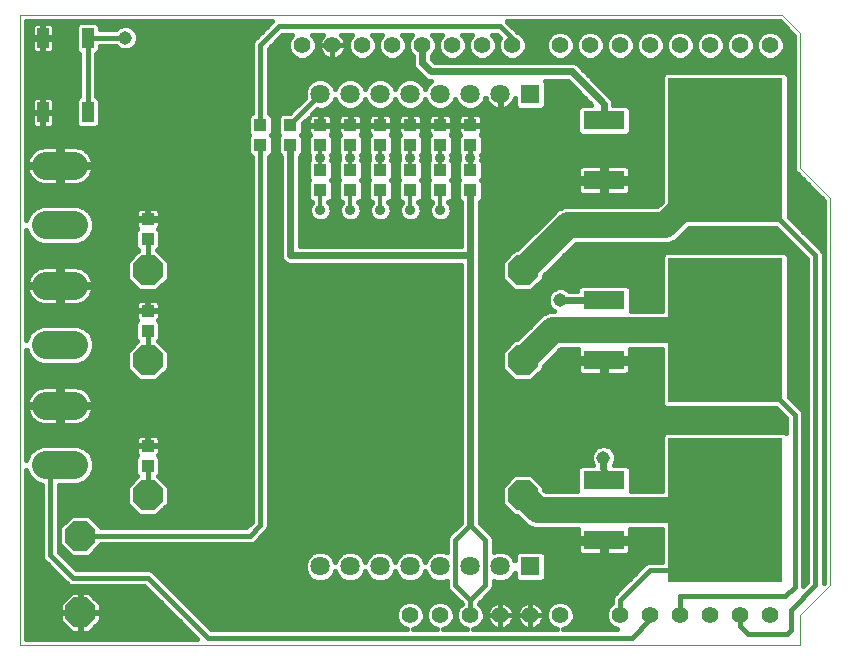
<source format=gtl>
G75*
G70*
%OFA0B0*%
%FSLAX24Y24*%
%IPPOS*%
%LPD*%
%AMOC8*
5,1,8,0,0,1.08239X$1,22.5*
%
%ADD10C,0.0000*%
%ADD11R,0.3839X0.4803*%
%ADD12R,0.1378X0.0630*%
%ADD13R,0.0433X0.0394*%
%ADD14R,0.0394X0.0669*%
%ADD15OC8,0.1000*%
%ADD16R,0.0643X0.0643*%
%ADD17C,0.0643*%
%ADD18C,0.0551*%
%ADD19C,0.0937*%
%ADD20C,0.0160*%
%ADD21C,0.0450*%
%ADD22C,0.0860*%
%ADD23C,0.0240*%
%ADD24C,0.0120*%
%ADD25C,0.0350*%
D10*
X000867Y004800D02*
X026867Y004800D01*
X026867Y005800D01*
X027867Y006800D01*
X027867Y019700D01*
X026867Y020700D01*
X026867Y025200D01*
X026267Y025800D01*
X000867Y025800D01*
X000867Y004800D01*
D11*
X024367Y009300D03*
X024367Y015300D03*
X024367Y021300D03*
D12*
X020320Y020300D03*
X020320Y022300D03*
X020320Y016300D03*
X020320Y014300D03*
X020320Y010300D03*
X020320Y008300D03*
D13*
X015867Y019965D03*
X015867Y020635D03*
X015867Y021465D03*
X015867Y022135D03*
X014867Y022135D03*
X014867Y021465D03*
X014867Y020635D03*
X014867Y019965D03*
X013867Y019965D03*
X013867Y020635D03*
X013867Y021465D03*
X013867Y022135D03*
X012867Y022135D03*
X012867Y021465D03*
X012867Y020635D03*
X012867Y019965D03*
X011867Y019965D03*
X011867Y020635D03*
X011867Y021465D03*
X011867Y022135D03*
X010867Y022135D03*
X010867Y021465D03*
X010867Y020635D03*
X010867Y019965D03*
X009867Y021465D03*
X009867Y022135D03*
X008867Y022135D03*
X008867Y021465D03*
X005117Y019010D03*
X005117Y018340D03*
X005117Y015947D03*
X005117Y015278D03*
X005117Y011447D03*
X005117Y010778D03*
D14*
X003115Y022560D03*
X001619Y022560D03*
X001619Y025040D03*
X003115Y025040D03*
D15*
X005117Y017300D03*
X005117Y014300D03*
X005117Y009800D03*
X002867Y008455D03*
X002867Y005895D03*
X017617Y009800D03*
X017617Y014300D03*
X017617Y017300D03*
D16*
X017867Y023174D03*
X017867Y007426D03*
D17*
X016867Y007426D03*
X015867Y007426D03*
X014867Y007426D03*
X013867Y007426D03*
X012867Y007426D03*
X011867Y007426D03*
X010867Y007426D03*
X010867Y023174D03*
X011867Y023174D03*
X012867Y023174D03*
X013867Y023174D03*
X014867Y023174D03*
X015867Y023174D03*
X016867Y023174D03*
D18*
X017267Y024800D03*
X016267Y024800D03*
X015267Y024800D03*
X014267Y024800D03*
X013267Y024800D03*
X012267Y024800D03*
X011267Y024800D03*
X010267Y024800D03*
X018867Y024800D03*
X019867Y024800D03*
X020867Y024800D03*
X021867Y024800D03*
X022867Y024800D03*
X023867Y024800D03*
X024867Y024800D03*
X025867Y024800D03*
X025867Y005800D03*
X024867Y005800D03*
X023867Y005800D03*
X022867Y005800D03*
X021867Y005800D03*
X020867Y005800D03*
X018867Y005800D03*
X017867Y005800D03*
X016867Y005800D03*
X015867Y005800D03*
X014867Y005800D03*
X013867Y005800D03*
D19*
X002658Y010816D02*
X001721Y010816D01*
X001721Y012784D02*
X002658Y012784D01*
X002658Y014816D02*
X001721Y014816D01*
X001721Y016784D02*
X002658Y016784D01*
X002658Y018816D02*
X001721Y018816D01*
X001721Y020784D02*
X002658Y020784D01*
D20*
X002248Y020809D02*
X008587Y020809D01*
X008587Y020967D02*
X003281Y020967D01*
X003274Y020993D02*
X003241Y021072D01*
X003199Y021145D01*
X003147Y021213D01*
X003087Y021273D01*
X003019Y021325D01*
X002946Y021367D01*
X002867Y021400D01*
X002785Y021422D01*
X002701Y021433D01*
X002248Y021433D01*
X002248Y020842D01*
X003305Y020842D01*
X003296Y020911D01*
X003274Y020993D01*
X003210Y021126D02*
X008511Y021126D01*
X008568Y021069D02*
X008587Y021069D01*
X008587Y008916D01*
X008406Y008735D01*
X003567Y008735D01*
X003567Y008745D01*
X003157Y009155D01*
X002577Y009155D01*
X002167Y008745D01*
X002167Y008165D01*
X002577Y007755D01*
X003157Y007755D01*
X003567Y008165D01*
X003567Y008175D01*
X008578Y008175D01*
X008681Y008218D01*
X009026Y008563D01*
X009104Y008641D01*
X009147Y008744D01*
X009147Y021069D01*
X009166Y021069D01*
X009283Y021186D01*
X009283Y021745D01*
X009229Y021800D01*
X009283Y021855D01*
X009283Y022414D01*
X009166Y022531D01*
X009147Y022531D01*
X009147Y024684D01*
X009608Y025145D01*
X009939Y025145D01*
X009864Y025069D01*
X009791Y024895D01*
X009791Y024705D01*
X009864Y024531D01*
X009998Y024397D01*
X010172Y024324D01*
X010362Y024324D01*
X010536Y024397D01*
X010670Y024531D01*
X010743Y024705D01*
X010743Y024895D01*
X010670Y025069D01*
X010595Y025145D01*
X010968Y025145D01*
X010919Y025097D01*
X010877Y025039D01*
X010845Y024975D01*
X010823Y024907D01*
X010811Y024836D01*
X010811Y024800D01*
X011267Y024800D01*
X011723Y024800D01*
X011723Y024836D01*
X011711Y024907D01*
X011689Y024975D01*
X011657Y025039D01*
X011614Y025097D01*
X011566Y025145D01*
X011939Y025145D01*
X011864Y025069D01*
X011791Y024895D01*
X011791Y024705D01*
X011864Y024531D01*
X011998Y024397D01*
X012172Y024324D01*
X012362Y024324D01*
X012536Y024397D01*
X012670Y024531D01*
X012743Y024705D01*
X012743Y024895D01*
X012670Y025069D01*
X012595Y025145D01*
X012939Y025145D01*
X012864Y025069D01*
X012791Y024895D01*
X012791Y024705D01*
X012864Y024531D01*
X012998Y024397D01*
X013172Y024324D01*
X013362Y024324D01*
X013536Y024397D01*
X013670Y024531D01*
X013743Y024705D01*
X013743Y024895D01*
X013670Y025069D01*
X013595Y025145D01*
X013939Y025145D01*
X013864Y025069D01*
X013791Y024895D01*
X013791Y024705D01*
X013864Y024531D01*
X013947Y024447D01*
X013947Y024149D01*
X013996Y024031D01*
X014283Y023744D01*
X014373Y023654D01*
X014491Y023605D01*
X014561Y023605D01*
X014425Y023469D01*
X014367Y023329D01*
X014309Y023469D01*
X014162Y023616D01*
X013971Y023695D01*
X013763Y023695D01*
X013572Y023616D01*
X013425Y023469D01*
X013367Y023329D01*
X013309Y023469D01*
X013162Y023616D01*
X012971Y023695D01*
X012763Y023695D01*
X012572Y023616D01*
X012425Y023469D01*
X012367Y023329D01*
X012309Y023469D01*
X012162Y023616D01*
X011971Y023695D01*
X011763Y023695D01*
X011572Y023616D01*
X011425Y023469D01*
X011367Y023329D01*
X011309Y023469D01*
X011162Y023616D01*
X010971Y023695D01*
X010763Y023695D01*
X010572Y023616D01*
X010425Y023469D01*
X010346Y023278D01*
X010346Y023070D01*
X010352Y023055D01*
X009828Y022531D01*
X009568Y022531D01*
X009450Y022414D01*
X009450Y021855D01*
X009505Y021800D01*
X009450Y021745D01*
X009450Y021186D01*
X009547Y021089D01*
X009547Y017736D01*
X009596Y017619D01*
X009686Y017529D01*
X009803Y017480D01*
X009147Y017480D01*
X009147Y017322D02*
X015547Y017322D01*
X015547Y017480D02*
X015547Y008876D01*
X015130Y008459D01*
X015087Y008356D01*
X015087Y007899D01*
X014971Y007947D01*
X014763Y007947D01*
X014572Y007868D01*
X014425Y007721D01*
X014367Y007581D01*
X014309Y007721D01*
X014162Y007868D01*
X013971Y007947D01*
X013763Y007947D01*
X013572Y007868D01*
X013425Y007721D01*
X013367Y007581D01*
X013309Y007721D01*
X013162Y007868D01*
X012971Y007947D01*
X012763Y007947D01*
X012572Y007868D01*
X012425Y007721D01*
X012367Y007581D01*
X012309Y007721D01*
X012162Y007868D01*
X011971Y007947D01*
X011763Y007947D01*
X011572Y007868D01*
X011425Y007721D01*
X011367Y007581D01*
X011309Y007721D01*
X011162Y007868D01*
X010971Y007947D01*
X010763Y007947D01*
X010572Y007868D01*
X010425Y007721D01*
X010346Y007530D01*
X010346Y007322D01*
X010425Y007131D01*
X010572Y006984D01*
X010763Y006905D01*
X010971Y006905D01*
X011162Y006984D01*
X011309Y007131D01*
X011367Y007271D01*
X011425Y007131D01*
X011572Y006984D01*
X011763Y006905D01*
X011971Y006905D01*
X012162Y006984D01*
X012309Y007131D01*
X012367Y007271D01*
X012425Y007131D01*
X012572Y006984D01*
X012763Y006905D01*
X012971Y006905D01*
X013162Y006984D01*
X013309Y007131D01*
X013367Y007271D01*
X013425Y007131D01*
X013572Y006984D01*
X013763Y006905D01*
X013971Y006905D01*
X014162Y006984D01*
X014309Y007131D01*
X014367Y007271D01*
X014425Y007131D01*
X014572Y006984D01*
X014763Y006905D01*
X014971Y006905D01*
X015087Y006953D01*
X015087Y006744D01*
X015130Y006641D01*
X015583Y006188D01*
X015464Y006069D01*
X015391Y005895D01*
X015391Y005705D01*
X015464Y005531D01*
X015598Y005397D01*
X015759Y005330D01*
X014975Y005330D01*
X015136Y005397D01*
X015270Y005531D01*
X015343Y005705D01*
X015343Y005895D01*
X015270Y006069D01*
X015136Y006203D01*
X014962Y006276D01*
X014772Y006276D01*
X014598Y006203D01*
X014464Y006069D01*
X014391Y005895D01*
X014391Y005705D01*
X014464Y005531D01*
X014598Y005397D01*
X014759Y005330D01*
X013975Y005330D01*
X014136Y005397D01*
X014270Y005531D01*
X014343Y005705D01*
X014343Y005895D01*
X014270Y006069D01*
X014136Y006203D01*
X013962Y006276D01*
X013772Y006276D01*
X013598Y006203D01*
X013464Y006069D01*
X013391Y005895D01*
X013391Y005705D01*
X013464Y005531D01*
X013598Y005397D01*
X013759Y005330D01*
X007233Y005330D01*
X005354Y007209D01*
X005276Y007287D01*
X005173Y007330D01*
X002733Y007330D01*
X002147Y007916D01*
X002147Y010147D01*
X002791Y010147D01*
X003037Y010249D01*
X003225Y010437D01*
X003327Y010683D01*
X003327Y010949D01*
X003225Y011194D01*
X003037Y011382D01*
X002791Y011484D01*
X001588Y011484D01*
X001343Y011382D01*
X001155Y011194D01*
X001067Y010983D01*
X001067Y014649D01*
X001155Y014437D01*
X001343Y014249D01*
X001588Y014147D01*
X002791Y014147D01*
X003037Y014249D01*
X003225Y014437D01*
X003327Y014683D01*
X003327Y014949D01*
X003225Y015194D01*
X003037Y015382D01*
X002791Y015484D01*
X001588Y015484D01*
X001343Y015382D01*
X001155Y015194D01*
X001067Y014983D01*
X001067Y018649D01*
X001155Y018437D01*
X001343Y018249D01*
X001588Y018147D01*
X002791Y018147D01*
X003037Y018249D01*
X003225Y018437D01*
X003327Y018683D01*
X003327Y018949D01*
X003225Y019194D01*
X003037Y019382D01*
X004860Y019382D01*
X004877Y019386D02*
X004831Y019374D01*
X004790Y019351D01*
X004756Y019317D01*
X004733Y019276D01*
X004720Y019230D01*
X004720Y019028D01*
X005098Y019028D01*
X005098Y018991D01*
X004720Y018991D01*
X004720Y018789D01*
X004733Y018743D01*
X004756Y018702D01*
X004769Y018689D01*
X004700Y018620D01*
X004700Y018061D01*
X004794Y017967D01*
X004417Y017590D01*
X004417Y017010D01*
X004827Y016600D01*
X005407Y016600D01*
X005817Y017010D01*
X005817Y017590D01*
X005440Y017967D01*
X005533Y018061D01*
X005533Y018620D01*
X005464Y018689D01*
X005478Y018702D01*
X005501Y018743D01*
X005513Y018789D01*
X005513Y018991D01*
X005135Y018991D01*
X005135Y019028D01*
X005099Y019028D01*
X005099Y019386D01*
X004877Y019386D01*
X005099Y019382D02*
X005135Y019382D01*
X005135Y019386D02*
X005135Y019028D01*
X005513Y019028D01*
X005513Y019230D01*
X005501Y019276D01*
X005478Y019317D01*
X005444Y019351D01*
X005403Y019374D01*
X005357Y019386D01*
X005135Y019386D01*
X005135Y019224D02*
X005099Y019224D01*
X005099Y019065D02*
X005135Y019065D01*
X005513Y019065D02*
X008587Y019065D01*
X008587Y018907D02*
X005513Y018907D01*
X005502Y018748D02*
X008587Y018748D01*
X008587Y018590D02*
X005533Y018590D01*
X005533Y018431D02*
X008587Y018431D01*
X008587Y018273D02*
X005533Y018273D01*
X005533Y018114D02*
X008587Y018114D01*
X008587Y017956D02*
X005451Y017956D01*
X005610Y017797D02*
X008587Y017797D01*
X008587Y017639D02*
X005768Y017639D01*
X005817Y017480D02*
X008587Y017480D01*
X008587Y017322D02*
X005817Y017322D01*
X005817Y017163D02*
X008587Y017163D01*
X008587Y017005D02*
X005811Y017005D01*
X005653Y016846D02*
X008587Y016846D01*
X008587Y016688D02*
X005494Y016688D01*
X005403Y016312D02*
X005357Y016324D01*
X005135Y016324D01*
X005135Y015966D01*
X005099Y015966D01*
X005099Y016324D01*
X004877Y016324D01*
X004831Y016312D01*
X004790Y016288D01*
X004756Y016255D01*
X004733Y016213D01*
X004720Y016168D01*
X004720Y015966D01*
X005098Y015966D01*
X005098Y015929D01*
X004720Y015929D01*
X004720Y015727D01*
X004733Y015681D01*
X004756Y015640D01*
X004769Y015627D01*
X004700Y015558D01*
X004700Y014998D01*
X004763Y014936D01*
X004417Y014590D01*
X004417Y014010D01*
X004827Y013600D01*
X005407Y013600D01*
X005817Y014010D01*
X005817Y014590D01*
X005471Y014936D01*
X005533Y014998D01*
X005533Y015558D01*
X005464Y015627D01*
X005478Y015640D01*
X005501Y015681D01*
X005513Y015727D01*
X005513Y015929D01*
X005135Y015929D01*
X005135Y015966D01*
X005513Y015966D01*
X005513Y016168D01*
X005501Y016213D01*
X005478Y016255D01*
X005444Y016288D01*
X005403Y016312D01*
X005502Y016212D02*
X008587Y016212D01*
X008587Y016054D02*
X005513Y016054D01*
X005513Y015895D02*
X008587Y015895D01*
X008587Y015737D02*
X005513Y015737D01*
X005513Y015578D02*
X008587Y015578D01*
X008587Y015420D02*
X005533Y015420D01*
X005533Y015261D02*
X008587Y015261D01*
X008587Y015103D02*
X005533Y015103D01*
X005479Y014944D02*
X008587Y014944D01*
X008587Y014786D02*
X005621Y014786D01*
X005780Y014627D02*
X008587Y014627D01*
X008587Y014469D02*
X005817Y014469D01*
X005817Y014310D02*
X008587Y014310D01*
X008587Y014152D02*
X005817Y014152D01*
X005800Y013993D02*
X008587Y013993D01*
X008587Y013835D02*
X005641Y013835D01*
X005483Y013676D02*
X008587Y013676D01*
X008587Y013518D02*
X001067Y013518D01*
X001067Y013676D02*
X004751Y013676D01*
X004592Y013835D02*
X001067Y013835D01*
X001067Y013993D02*
X004434Y013993D01*
X004417Y014152D02*
X002802Y014152D01*
X003098Y014310D02*
X004417Y014310D01*
X004417Y014469D02*
X003238Y014469D01*
X003304Y014627D02*
X004454Y014627D01*
X004612Y014786D02*
X003327Y014786D01*
X003327Y014944D02*
X004755Y014944D01*
X004700Y015103D02*
X003263Y015103D01*
X003158Y015261D02*
X004700Y015261D01*
X004700Y015420D02*
X002948Y015420D01*
X002785Y016147D02*
X002867Y016169D01*
X002946Y016201D01*
X003019Y016244D01*
X003087Y016296D01*
X003147Y016356D01*
X003199Y016423D01*
X003241Y016497D01*
X003274Y016575D01*
X003296Y016657D01*
X003305Y016726D01*
X002248Y016726D01*
X002248Y016842D01*
X003305Y016842D01*
X003296Y016911D01*
X003274Y016993D01*
X003241Y017072D01*
X003199Y017145D01*
X003147Y017213D01*
X003087Y017273D01*
X003019Y017325D01*
X002946Y017367D01*
X002867Y017400D01*
X002785Y017422D01*
X002701Y017433D01*
X002248Y017433D01*
X002248Y016842D01*
X002132Y016842D01*
X002132Y016726D01*
X002248Y016726D01*
X002248Y016136D01*
X002701Y016136D01*
X002785Y016147D01*
X002964Y016212D02*
X004732Y016212D01*
X004720Y016054D02*
X001067Y016054D01*
X001067Y016212D02*
X001415Y016212D01*
X001434Y016201D02*
X001512Y016169D01*
X001594Y016147D01*
X001679Y016136D01*
X002132Y016136D01*
X002132Y016726D01*
X001075Y016726D01*
X001084Y016657D01*
X001106Y016575D01*
X001138Y016497D01*
X001181Y016423D01*
X001233Y016356D01*
X001293Y016296D01*
X001360Y016244D01*
X001434Y016201D01*
X001221Y016371D02*
X001067Y016371D01*
X001067Y016529D02*
X001125Y016529D01*
X001080Y016688D02*
X001067Y016688D01*
X001075Y016842D02*
X002132Y016842D01*
X002132Y017433D01*
X001679Y017433D01*
X001594Y017422D01*
X001512Y017400D01*
X001434Y017367D01*
X001360Y017325D01*
X001293Y017273D01*
X001233Y017213D01*
X001181Y017145D01*
X001138Y017072D01*
X001106Y016993D01*
X001084Y016911D01*
X001075Y016842D01*
X001075Y016846D02*
X001067Y016846D01*
X001067Y017005D02*
X001111Y017005D01*
X001067Y017163D02*
X001194Y017163D01*
X001067Y017322D02*
X001356Y017322D01*
X001067Y017480D02*
X004417Y017480D01*
X004417Y017322D02*
X003023Y017322D01*
X003185Y017163D02*
X004417Y017163D01*
X004422Y017005D02*
X003269Y017005D01*
X003304Y016846D02*
X004581Y016846D01*
X004739Y016688D02*
X003300Y016688D01*
X003254Y016529D02*
X008587Y016529D01*
X008587Y016371D02*
X003158Y016371D01*
X002248Y016371D02*
X002132Y016371D01*
X002132Y016529D02*
X002248Y016529D01*
X002248Y016688D02*
X002132Y016688D01*
X002132Y016846D02*
X002248Y016846D01*
X002248Y017005D02*
X002132Y017005D01*
X002132Y017163D02*
X002248Y017163D01*
X002248Y017322D02*
X002132Y017322D01*
X002132Y016212D02*
X002248Y016212D01*
X001432Y015420D02*
X001067Y015420D01*
X001067Y015578D02*
X004721Y015578D01*
X004720Y015737D02*
X001067Y015737D01*
X001067Y015895D02*
X004720Y015895D01*
X005099Y016054D02*
X005135Y016054D01*
X005135Y016212D02*
X005099Y016212D01*
X005117Y015278D02*
X005117Y014300D01*
X003199Y013145D02*
X003147Y013213D01*
X003087Y013273D01*
X003019Y013325D01*
X002946Y013367D01*
X002867Y013400D01*
X002785Y013422D01*
X002701Y013433D01*
X002248Y013433D01*
X002248Y012842D01*
X003305Y012842D01*
X003296Y012911D01*
X003274Y012993D01*
X003241Y013072D01*
X003199Y013145D01*
X003156Y013201D02*
X008587Y013201D01*
X008587Y013359D02*
X002960Y013359D01*
X003253Y013042D02*
X008587Y013042D01*
X008587Y012884D02*
X003299Y012884D01*
X003305Y012726D02*
X002248Y012726D01*
X002248Y012842D01*
X002132Y012842D01*
X002132Y012726D01*
X002248Y012726D01*
X002248Y012136D01*
X002701Y012136D01*
X002785Y012147D01*
X002867Y012169D01*
X002946Y012201D01*
X003019Y012244D01*
X003087Y012296D01*
X003147Y012356D01*
X003199Y012423D01*
X003241Y012497D01*
X003274Y012575D01*
X003296Y012657D01*
X003305Y012726D01*
X003305Y012725D02*
X008587Y012725D01*
X008587Y012567D02*
X003270Y012567D01*
X003187Y012408D02*
X008587Y012408D01*
X008587Y012250D02*
X003027Y012250D01*
X002248Y012250D02*
X002132Y012250D01*
X002132Y012136D02*
X002132Y012726D01*
X001075Y012726D01*
X001084Y012657D01*
X001106Y012575D01*
X001138Y012497D01*
X001181Y012423D01*
X001233Y012356D01*
X001293Y012296D01*
X001360Y012244D01*
X001434Y012201D01*
X001512Y012169D01*
X001594Y012147D01*
X001679Y012136D01*
X002132Y012136D01*
X002132Y012408D02*
X002248Y012408D01*
X002248Y012567D02*
X002132Y012567D01*
X002132Y012725D02*
X002248Y012725D01*
X002248Y012884D02*
X002132Y012884D01*
X002132Y012842D02*
X002132Y013433D01*
X001679Y013433D01*
X001594Y013422D01*
X001512Y013400D01*
X001434Y013367D01*
X001360Y013325D01*
X001293Y013273D01*
X001233Y013213D01*
X001181Y013145D01*
X001138Y013072D01*
X001106Y012993D01*
X001084Y012911D01*
X001075Y012842D01*
X002132Y012842D01*
X002132Y013042D02*
X002248Y013042D01*
X002248Y013201D02*
X002132Y013201D01*
X002132Y013359D02*
X002248Y013359D01*
X001420Y013359D02*
X001067Y013359D01*
X001067Y013201D02*
X001223Y013201D01*
X001126Y013042D02*
X001067Y013042D01*
X001067Y012884D02*
X001080Y012884D01*
X001067Y012725D02*
X001075Y012725D01*
X001067Y012567D02*
X001110Y012567D01*
X001067Y012408D02*
X001193Y012408D01*
X001067Y012250D02*
X001353Y012250D01*
X001067Y012091D02*
X008587Y012091D01*
X008587Y011933D02*
X001067Y011933D01*
X001067Y011774D02*
X004776Y011774D01*
X004790Y011788D02*
X004756Y011755D01*
X004733Y011713D01*
X004720Y011668D01*
X004720Y011466D01*
X005098Y011466D01*
X005098Y011429D01*
X004720Y011429D01*
X004720Y011227D01*
X004733Y011181D01*
X004756Y011140D01*
X003248Y011140D01*
X003313Y010982D02*
X004700Y010982D01*
X004700Y011058D02*
X004700Y010498D01*
X004763Y010436D01*
X004417Y010090D01*
X004417Y009510D01*
X004827Y009100D01*
X005407Y009100D01*
X005817Y009510D01*
X005817Y010090D01*
X005471Y010436D01*
X005533Y010498D01*
X005533Y011058D01*
X005464Y011127D01*
X005478Y011140D01*
X008587Y011140D01*
X008587Y010982D02*
X005533Y010982D01*
X005533Y010823D02*
X008587Y010823D01*
X008587Y010665D02*
X005533Y010665D01*
X005533Y010506D02*
X008587Y010506D01*
X008587Y010348D02*
X005559Y010348D01*
X005718Y010189D02*
X008587Y010189D01*
X008587Y010031D02*
X005817Y010031D01*
X005817Y009872D02*
X008587Y009872D01*
X008587Y009714D02*
X005817Y009714D01*
X005817Y009555D02*
X008587Y009555D01*
X008587Y009397D02*
X005703Y009397D01*
X005545Y009238D02*
X008587Y009238D01*
X008587Y009080D02*
X003232Y009080D01*
X003391Y008921D02*
X008587Y008921D01*
X008433Y008763D02*
X003549Y008763D01*
X003530Y008129D02*
X015087Y008129D01*
X015087Y008287D02*
X008750Y008287D01*
X008908Y008446D02*
X015124Y008446D01*
X015275Y008604D02*
X009067Y008604D01*
X009147Y008763D02*
X015433Y008763D01*
X015547Y008921D02*
X009147Y008921D01*
X009147Y009080D02*
X015547Y009080D01*
X015547Y009238D02*
X009147Y009238D01*
X009147Y009397D02*
X015547Y009397D01*
X015547Y009555D02*
X009147Y009555D01*
X009147Y009714D02*
X015547Y009714D01*
X015547Y009872D02*
X009147Y009872D01*
X009147Y010031D02*
X015547Y010031D01*
X015547Y010189D02*
X009147Y010189D01*
X009147Y010348D02*
X015547Y010348D01*
X015547Y010506D02*
X009147Y010506D01*
X009147Y010665D02*
X015547Y010665D01*
X015547Y010823D02*
X009147Y010823D01*
X009147Y010982D02*
X015547Y010982D01*
X015547Y011140D02*
X009147Y011140D01*
X009147Y011299D02*
X015547Y011299D01*
X015547Y011457D02*
X009147Y011457D01*
X009147Y011616D02*
X015547Y011616D01*
X015547Y011774D02*
X009147Y011774D01*
X009147Y011933D02*
X015547Y011933D01*
X015547Y012091D02*
X009147Y012091D01*
X009147Y012250D02*
X015547Y012250D01*
X015547Y012408D02*
X009147Y012408D01*
X009147Y012567D02*
X015547Y012567D01*
X015547Y012725D02*
X009147Y012725D01*
X009147Y012884D02*
X015547Y012884D01*
X015547Y013042D02*
X009147Y013042D01*
X009147Y013201D02*
X015547Y013201D01*
X015547Y013359D02*
X009147Y013359D01*
X009147Y013518D02*
X015547Y013518D01*
X015547Y013676D02*
X009147Y013676D01*
X009147Y013835D02*
X015547Y013835D01*
X015547Y013993D02*
X009147Y013993D01*
X009147Y014152D02*
X015547Y014152D01*
X015547Y014310D02*
X009147Y014310D01*
X009147Y014469D02*
X015547Y014469D01*
X015547Y014627D02*
X009147Y014627D01*
X009147Y014786D02*
X015547Y014786D01*
X015547Y014944D02*
X009147Y014944D01*
X009147Y015103D02*
X015547Y015103D01*
X015547Y015261D02*
X009147Y015261D01*
X009147Y015420D02*
X015547Y015420D01*
X015547Y015578D02*
X009147Y015578D01*
X009147Y015737D02*
X015547Y015737D01*
X015547Y015895D02*
X009147Y015895D01*
X009147Y016054D02*
X015547Y016054D01*
X015547Y016212D02*
X009147Y016212D01*
X009147Y016371D02*
X015547Y016371D01*
X015547Y016529D02*
X009147Y016529D01*
X009147Y016688D02*
X015547Y016688D01*
X015547Y016846D02*
X009147Y016846D01*
X009147Y017005D02*
X015547Y017005D01*
X015547Y017163D02*
X009147Y017163D01*
X009147Y017639D02*
X009587Y017639D01*
X009547Y017797D02*
X009147Y017797D01*
X009147Y017956D02*
X009547Y017956D01*
X009547Y018114D02*
X009147Y018114D01*
X009147Y018273D02*
X009547Y018273D01*
X009547Y018431D02*
X009147Y018431D01*
X009147Y018590D02*
X009547Y018590D01*
X009547Y018748D02*
X009147Y018748D01*
X009147Y018907D02*
X009547Y018907D01*
X009547Y019065D02*
X009147Y019065D01*
X009147Y019224D02*
X009547Y019224D01*
X009547Y019382D02*
X009147Y019382D01*
X009147Y019541D02*
X009547Y019541D01*
X009547Y019699D02*
X009147Y019699D01*
X009147Y019858D02*
X009547Y019858D01*
X009547Y020016D02*
X009147Y020016D01*
X009147Y020175D02*
X009547Y020175D01*
X009547Y020333D02*
X009147Y020333D01*
X009147Y020492D02*
X009547Y020492D01*
X009547Y020650D02*
X009147Y020650D01*
X009147Y020809D02*
X009547Y020809D01*
X009547Y020967D02*
X009147Y020967D01*
X009223Y021126D02*
X009511Y021126D01*
X009450Y021284D02*
X009283Y021284D01*
X009283Y021443D02*
X009450Y021443D01*
X009450Y021601D02*
X009283Y021601D01*
X009269Y021760D02*
X009465Y021760D01*
X009450Y021918D02*
X009283Y021918D01*
X009283Y022077D02*
X009450Y022077D01*
X009450Y022235D02*
X009283Y022235D01*
X009283Y022394D02*
X009450Y022394D01*
X009147Y022552D02*
X009849Y022552D01*
X010007Y022711D02*
X009147Y022711D01*
X009147Y022869D02*
X010166Y022869D01*
X010324Y023028D02*
X009147Y023028D01*
X009147Y023186D02*
X010346Y023186D01*
X010373Y023345D02*
X009147Y023345D01*
X009147Y023503D02*
X010459Y023503D01*
X010682Y023662D02*
X009147Y023662D01*
X009147Y023820D02*
X014207Y023820D01*
X014052Y023662D02*
X014365Y023662D01*
X014275Y023503D02*
X014459Y023503D01*
X014373Y023345D02*
X014361Y023345D01*
X014367Y023019D02*
X014425Y022879D01*
X014572Y022732D01*
X014763Y022653D01*
X014971Y022653D01*
X015162Y022732D01*
X015309Y022879D01*
X015367Y023019D01*
X015425Y022879D01*
X015572Y022732D01*
X015763Y022653D01*
X015971Y022653D01*
X016162Y022732D01*
X016309Y022879D01*
X016380Y023051D01*
X016402Y022982D01*
X016438Y022911D01*
X016485Y022847D01*
X016540Y022792D01*
X016604Y022745D01*
X016675Y022709D01*
X016750Y022685D01*
X016827Y022673D01*
X016847Y022673D01*
X016847Y023154D01*
X016887Y023154D01*
X016887Y022673D01*
X016906Y022673D01*
X016984Y022685D01*
X017059Y022709D01*
X017130Y022745D01*
X017193Y022792D01*
X017249Y022847D01*
X017296Y022911D01*
X017331Y022982D01*
X017346Y023025D01*
X017346Y022770D01*
X017463Y022653D01*
X018271Y022653D01*
X018388Y022770D01*
X018388Y023578D01*
X018361Y023605D01*
X019109Y023605D01*
X019899Y022815D01*
X019548Y022815D01*
X019431Y022698D01*
X019431Y021902D01*
X019548Y021785D01*
X021092Y021785D01*
X021209Y021902D01*
X021209Y022698D01*
X021092Y022815D01*
X020640Y022815D01*
X020640Y022911D01*
X020591Y023029D01*
X020501Y023119D01*
X019423Y024196D01*
X019306Y024245D01*
X014687Y024245D01*
X014587Y024345D01*
X014587Y024447D01*
X014670Y024531D01*
X014743Y024705D01*
X014743Y024895D01*
X014670Y025069D01*
X014595Y025145D01*
X014939Y025145D01*
X014864Y025069D01*
X014791Y024895D01*
X014791Y024705D01*
X014864Y024531D01*
X014998Y024397D01*
X015172Y024324D01*
X015362Y024324D01*
X015536Y024397D01*
X015670Y024531D01*
X015743Y024705D01*
X015743Y024895D01*
X015670Y025069D01*
X015595Y025145D01*
X015939Y025145D01*
X015864Y025069D01*
X015791Y024895D01*
X015791Y024705D01*
X015864Y024531D01*
X015998Y024397D01*
X016172Y024324D01*
X016362Y024324D01*
X016536Y024397D01*
X016670Y024531D01*
X016743Y024705D01*
X016743Y024895D01*
X016670Y025069D01*
X016595Y025145D01*
X016751Y025145D01*
X016853Y025043D01*
X016791Y024895D01*
X016791Y024705D01*
X016864Y024531D01*
X016998Y024397D01*
X017172Y024324D01*
X017362Y024324D01*
X017536Y024397D01*
X017670Y024531D01*
X017743Y024705D01*
X017743Y024895D01*
X017670Y025069D01*
X017536Y025203D01*
X017448Y025240D01*
X017104Y025584D01*
X017088Y025600D01*
X026184Y025600D01*
X026667Y025117D01*
X026667Y020617D01*
X027667Y019617D01*
X027667Y006883D01*
X027647Y006863D01*
X027647Y017856D01*
X027604Y017959D01*
X027526Y018037D01*
X026486Y019077D01*
X026486Y023784D01*
X026369Y023902D01*
X022365Y023902D01*
X022248Y023784D01*
X022248Y019572D01*
X022106Y019430D01*
X018992Y019430D01*
X018760Y019334D01*
X018583Y019157D01*
X018583Y019157D01*
X017426Y018000D01*
X017327Y018000D01*
X016917Y017590D01*
X016917Y017010D01*
X017327Y016600D01*
X017907Y016600D01*
X018317Y017010D01*
X018317Y017109D01*
X019378Y018170D01*
X022492Y018170D01*
X022724Y018266D01*
X023156Y018698D01*
X026073Y018698D01*
X027087Y017684D01*
X027087Y006916D01*
X026959Y006788D01*
X026959Y012543D01*
X026917Y012646D01*
X026486Y013077D01*
X026486Y017784D01*
X026369Y017902D01*
X022365Y017902D01*
X022248Y017784D01*
X022248Y015930D01*
X021209Y015930D01*
X021209Y016698D01*
X021092Y016815D01*
X019548Y016815D01*
X019431Y016698D01*
X019431Y016620D01*
X019148Y016620D01*
X019108Y016660D01*
X018951Y016725D01*
X018782Y016725D01*
X018626Y016660D01*
X018507Y016541D01*
X018442Y016385D01*
X018442Y016215D01*
X018507Y016059D01*
X018626Y015940D01*
X018650Y015930D01*
X018492Y015930D01*
X018260Y015834D01*
X017426Y015000D01*
X017327Y015000D01*
X016917Y014590D01*
X016917Y014010D01*
X017327Y013600D01*
X017907Y013600D01*
X018317Y014010D01*
X018317Y014109D01*
X018878Y014670D01*
X019459Y014670D01*
X019451Y014639D01*
X019451Y014377D01*
X020242Y014377D01*
X020242Y014223D01*
X019451Y014223D01*
X019451Y013961D01*
X019463Y013916D01*
X019487Y013875D01*
X019520Y013841D01*
X019561Y013817D01*
X019607Y013805D01*
X020242Y013805D01*
X020242Y014223D01*
X020397Y014223D01*
X020397Y014377D01*
X021189Y014377D01*
X021189Y014639D01*
X021180Y014670D01*
X022248Y014670D01*
X022248Y012816D01*
X022365Y012698D01*
X026073Y012698D01*
X026399Y012372D01*
X026399Y011871D01*
X026369Y011902D01*
X022365Y011902D01*
X022248Y011784D01*
X022248Y009930D01*
X021209Y009930D01*
X021209Y010698D01*
X021092Y010815D01*
X020667Y010815D01*
X020729Y010965D01*
X020729Y011135D01*
X020665Y011291D01*
X020545Y011410D01*
X020389Y011475D01*
X020220Y011475D01*
X020064Y011410D01*
X019944Y011291D01*
X019879Y011135D01*
X019879Y010965D01*
X019942Y010815D01*
X019548Y010815D01*
X019431Y010698D01*
X019431Y009930D01*
X018378Y009930D01*
X018317Y009991D01*
X018317Y010090D01*
X017907Y010500D01*
X017327Y010500D01*
X016917Y010090D01*
X016917Y009510D01*
X017327Y009100D01*
X017426Y009100D01*
X017760Y008766D01*
X017992Y008670D01*
X019459Y008670D01*
X019451Y008639D01*
X019451Y008377D01*
X020242Y008377D01*
X020242Y008223D01*
X019451Y008223D01*
X019451Y007961D01*
X019463Y007916D01*
X019487Y007875D01*
X019520Y007841D01*
X019561Y007817D01*
X019607Y007805D01*
X020242Y007805D01*
X020242Y008223D01*
X020397Y008223D01*
X020397Y008377D01*
X021189Y008377D01*
X021189Y008639D01*
X021180Y008670D01*
X022248Y008670D01*
X022248Y007580D01*
X021811Y007580D01*
X021708Y007537D01*
X021630Y007459D01*
X020630Y006459D01*
X020587Y006356D01*
X020587Y006193D01*
X020464Y006069D01*
X020391Y005895D01*
X020391Y005705D01*
X020464Y005531D01*
X020598Y005397D01*
X020759Y005330D01*
X018975Y005330D01*
X019136Y005397D01*
X019270Y005531D01*
X019343Y005705D01*
X019343Y005895D01*
X019270Y006069D01*
X019136Y006203D01*
X018962Y006276D01*
X018772Y006276D01*
X018598Y006203D01*
X018464Y006069D01*
X018391Y005895D01*
X018391Y005705D01*
X018464Y005531D01*
X018598Y005397D01*
X018759Y005330D01*
X015975Y005330D01*
X016136Y005397D01*
X016270Y005531D01*
X016343Y005705D01*
X016343Y005895D01*
X016270Y006069D01*
X016151Y006188D01*
X016526Y006563D01*
X016604Y006641D01*
X016647Y006744D01*
X016647Y006953D01*
X016763Y006905D01*
X016971Y006905D01*
X017162Y006984D01*
X017309Y007131D01*
X017346Y007220D01*
X017346Y007022D01*
X017463Y006905D01*
X018271Y006905D01*
X018388Y007022D01*
X018388Y007830D01*
X018271Y007947D01*
X017463Y007947D01*
X017346Y007830D01*
X017346Y007632D01*
X017309Y007721D01*
X017162Y007868D01*
X016971Y007947D01*
X016763Y007947D01*
X016647Y007899D01*
X016647Y008356D01*
X016604Y008459D01*
X016187Y008876D01*
X016187Y019589D01*
X016283Y019686D01*
X016283Y020245D01*
X016229Y020300D01*
X016283Y020355D01*
X016283Y020914D01*
X016236Y020962D01*
X016242Y020975D01*
X016242Y021125D01*
X016236Y021138D01*
X016283Y021186D01*
X016283Y021745D01*
X016214Y021814D01*
X016228Y021827D01*
X016251Y021868D01*
X016263Y021914D01*
X016263Y022116D01*
X015885Y022116D01*
X015885Y022153D01*
X015849Y022153D01*
X015849Y022511D01*
X015627Y022511D01*
X015581Y022499D01*
X015540Y022476D01*
X015506Y022442D01*
X015483Y022401D01*
X015470Y022355D01*
X015470Y022153D01*
X015848Y022153D01*
X015848Y022116D01*
X015470Y022116D01*
X015470Y021914D01*
X015483Y021868D01*
X015506Y021827D01*
X015519Y021814D01*
X015450Y021745D01*
X015450Y021186D01*
X015498Y021138D01*
X015492Y021125D01*
X015492Y020975D01*
X015498Y020962D01*
X015450Y020914D01*
X015450Y020355D01*
X015505Y020300D01*
X015450Y020245D01*
X015450Y019686D01*
X015547Y019589D01*
X015547Y018120D01*
X010187Y018120D01*
X010187Y021089D01*
X010283Y021186D01*
X010283Y021745D01*
X010229Y021800D01*
X010283Y021855D01*
X010283Y022195D01*
X010480Y022391D01*
X010470Y022355D01*
X010470Y022153D01*
X010848Y022153D01*
X010848Y022116D01*
X010470Y022116D01*
X010470Y021914D01*
X010483Y021868D01*
X010506Y021827D01*
X010519Y021814D01*
X010450Y021745D01*
X010450Y021186D01*
X010498Y021138D01*
X010492Y021125D01*
X010492Y020975D01*
X010498Y020962D01*
X010450Y020914D01*
X010450Y020355D01*
X010505Y020300D01*
X010450Y020245D01*
X010450Y019686D01*
X010568Y019569D01*
X010605Y019569D01*
X010549Y019512D01*
X010492Y019375D01*
X010492Y019225D01*
X010549Y019088D01*
X010655Y018982D01*
X010792Y018925D01*
X010942Y018925D01*
X011079Y018982D01*
X011185Y019088D01*
X011242Y019225D01*
X011242Y019375D01*
X011185Y019512D01*
X011129Y019569D01*
X011166Y019569D01*
X011283Y019686D01*
X011283Y020245D01*
X011229Y020300D01*
X011283Y020355D01*
X011283Y020914D01*
X011236Y020962D01*
X011242Y020975D01*
X011242Y021125D01*
X011236Y021138D01*
X011283Y021186D01*
X011283Y021745D01*
X011214Y021814D01*
X011228Y021827D01*
X011251Y021868D01*
X011263Y021914D01*
X011263Y022116D01*
X010885Y022116D01*
X010885Y022153D01*
X010849Y022153D01*
X010849Y022511D01*
X010627Y022511D01*
X010591Y022502D01*
X010748Y022659D01*
X010763Y022653D01*
X010971Y022653D01*
X011162Y022732D01*
X011309Y022879D01*
X011367Y023019D01*
X011425Y022879D01*
X011572Y022732D01*
X011763Y022653D01*
X011971Y022653D01*
X012162Y022732D01*
X012309Y022879D01*
X012367Y023019D01*
X012425Y022879D01*
X012572Y022732D01*
X012763Y022653D01*
X012971Y022653D01*
X013162Y022732D01*
X013309Y022879D01*
X013367Y023019D01*
X013425Y022879D01*
X013572Y022732D01*
X013763Y022653D01*
X013971Y022653D01*
X014162Y022732D01*
X014309Y022879D01*
X014367Y023019D01*
X014299Y022869D02*
X014435Y022869D01*
X014624Y022711D02*
X014110Y022711D01*
X014107Y022511D02*
X013885Y022511D01*
X013885Y022153D01*
X013849Y022153D01*
X013849Y022511D01*
X013627Y022511D01*
X013581Y022499D01*
X013540Y022476D01*
X013506Y022442D01*
X013483Y022401D01*
X013470Y022355D01*
X013470Y022153D01*
X013848Y022153D01*
X013848Y022116D01*
X013470Y022116D01*
X013470Y021914D01*
X013483Y021868D01*
X013506Y021827D01*
X013519Y021814D01*
X013450Y021745D01*
X013450Y021186D01*
X013498Y021138D01*
X013492Y021125D01*
X013492Y020975D01*
X013498Y020962D01*
X013450Y020914D01*
X013450Y020355D01*
X013505Y020300D01*
X013450Y020245D01*
X013450Y019686D01*
X013568Y019569D01*
X013605Y019569D01*
X013549Y019512D01*
X013492Y019375D01*
X013492Y019225D01*
X013549Y019088D01*
X013655Y018982D01*
X013792Y018925D01*
X013942Y018925D01*
X014079Y018982D01*
X014185Y019088D01*
X014242Y019225D01*
X014242Y019375D01*
X014185Y019512D01*
X014129Y019569D01*
X014166Y019569D01*
X014283Y019686D01*
X014283Y020245D01*
X014229Y020300D01*
X014283Y020355D01*
X014283Y020914D01*
X014236Y020962D01*
X014242Y020975D01*
X014242Y021125D01*
X014236Y021138D01*
X014283Y021186D01*
X014283Y021745D01*
X014214Y021814D01*
X014228Y021827D01*
X014251Y021868D01*
X014263Y021914D01*
X014263Y022116D01*
X013885Y022116D01*
X013885Y022153D01*
X014263Y022153D01*
X014263Y022355D01*
X014251Y022401D01*
X014228Y022442D01*
X014194Y022476D01*
X014153Y022499D01*
X014107Y022511D01*
X014253Y022394D02*
X014481Y022394D01*
X014483Y022401D02*
X014470Y022355D01*
X014470Y022153D01*
X014848Y022153D01*
X014848Y022116D01*
X014470Y022116D01*
X014470Y021914D01*
X014483Y021868D01*
X014506Y021827D01*
X014519Y021814D01*
X014450Y021745D01*
X014450Y021186D01*
X014498Y021138D01*
X014492Y021125D01*
X014492Y020975D01*
X014498Y020962D01*
X014450Y020914D01*
X014450Y020355D01*
X014505Y020300D01*
X014450Y020245D01*
X014450Y019686D01*
X014568Y019569D01*
X014605Y019569D01*
X014549Y019512D01*
X014492Y019375D01*
X014492Y019225D01*
X014549Y019088D01*
X014655Y018982D01*
X014792Y018925D01*
X014942Y018925D01*
X015079Y018982D01*
X015185Y019088D01*
X015242Y019225D01*
X015242Y019375D01*
X015185Y019512D01*
X015129Y019569D01*
X015166Y019569D01*
X015283Y019686D01*
X015283Y020245D01*
X015229Y020300D01*
X015283Y020355D01*
X015283Y020914D01*
X015236Y020962D01*
X015242Y020975D01*
X015242Y021125D01*
X015236Y021138D01*
X015283Y021186D01*
X015283Y021745D01*
X015214Y021814D01*
X015228Y021827D01*
X015251Y021868D01*
X015263Y021914D01*
X015263Y022116D01*
X014885Y022116D01*
X014885Y022153D01*
X014849Y022153D01*
X014849Y022511D01*
X014627Y022511D01*
X014581Y022499D01*
X014540Y022476D01*
X014506Y022442D01*
X014483Y022401D01*
X014470Y022235D02*
X014263Y022235D01*
X014263Y022077D02*
X014470Y022077D01*
X014470Y021918D02*
X014263Y021918D01*
X014269Y021760D02*
X014465Y021760D01*
X014450Y021601D02*
X014283Y021601D01*
X014283Y021443D02*
X014450Y021443D01*
X014450Y021284D02*
X014283Y021284D01*
X014242Y021126D02*
X014492Y021126D01*
X014495Y020967D02*
X014238Y020967D01*
X014283Y020809D02*
X014450Y020809D01*
X014450Y020650D02*
X014283Y020650D01*
X014283Y020492D02*
X014450Y020492D01*
X014472Y020333D02*
X014262Y020333D01*
X014283Y020175D02*
X014450Y020175D01*
X014450Y020016D02*
X014283Y020016D01*
X014283Y019858D02*
X014450Y019858D01*
X014450Y019699D02*
X014283Y019699D01*
X014157Y019541D02*
X014577Y019541D01*
X014495Y019382D02*
X014239Y019382D01*
X014241Y019224D02*
X014493Y019224D01*
X014572Y019065D02*
X014162Y019065D01*
X013572Y019065D02*
X013162Y019065D01*
X013185Y019088D02*
X013079Y018982D01*
X012942Y018925D01*
X012792Y018925D01*
X012655Y018982D01*
X012549Y019088D01*
X012492Y019225D01*
X012492Y019375D01*
X012549Y019512D01*
X012605Y019569D01*
X012568Y019569D01*
X012450Y019686D01*
X012450Y020245D01*
X012505Y020300D01*
X012450Y020355D01*
X012450Y020914D01*
X012498Y020962D01*
X012492Y020975D01*
X012492Y021125D01*
X012498Y021138D01*
X012450Y021186D01*
X012450Y021745D01*
X012519Y021814D01*
X012506Y021827D01*
X012483Y021868D01*
X012470Y021914D01*
X012470Y022116D01*
X012848Y022116D01*
X012848Y022153D01*
X012470Y022153D01*
X012470Y022355D01*
X012483Y022401D01*
X012506Y022442D01*
X012540Y022476D01*
X012581Y022499D01*
X012627Y022511D01*
X012849Y022511D01*
X012849Y022153D01*
X012885Y022153D01*
X012885Y022511D01*
X013107Y022511D01*
X013153Y022499D01*
X013194Y022476D01*
X013228Y022442D01*
X013251Y022401D01*
X013263Y022355D01*
X013263Y022153D01*
X012885Y022153D01*
X012885Y022116D01*
X013263Y022116D01*
X013263Y021914D01*
X013251Y021868D01*
X013228Y021827D01*
X013214Y021814D01*
X013283Y021745D01*
X013283Y021186D01*
X013236Y021138D01*
X013242Y021125D01*
X013242Y020975D01*
X013236Y020962D01*
X013283Y020914D01*
X013283Y020355D01*
X013229Y020300D01*
X013283Y020245D01*
X013283Y019686D01*
X013166Y019569D01*
X013129Y019569D01*
X013185Y019512D01*
X013242Y019375D01*
X013242Y019225D01*
X013185Y019088D01*
X013241Y019224D02*
X013493Y019224D01*
X013495Y019382D02*
X013239Y019382D01*
X013157Y019541D02*
X013577Y019541D01*
X013450Y019699D02*
X013283Y019699D01*
X013283Y019858D02*
X013450Y019858D01*
X013450Y020016D02*
X013283Y020016D01*
X013283Y020175D02*
X013450Y020175D01*
X013472Y020333D02*
X013262Y020333D01*
X013283Y020492D02*
X013450Y020492D01*
X013450Y020650D02*
X013283Y020650D01*
X013283Y020809D02*
X013450Y020809D01*
X013495Y020967D02*
X013238Y020967D01*
X013242Y021126D02*
X013492Y021126D01*
X013450Y021284D02*
X013283Y021284D01*
X013283Y021443D02*
X013450Y021443D01*
X013450Y021601D02*
X013283Y021601D01*
X013269Y021760D02*
X013465Y021760D01*
X013470Y021918D02*
X013263Y021918D01*
X013263Y022077D02*
X013470Y022077D01*
X013470Y022235D02*
X013263Y022235D01*
X013253Y022394D02*
X013481Y022394D01*
X013624Y022711D02*
X013110Y022711D01*
X013299Y022869D02*
X013435Y022869D01*
X013373Y023345D02*
X013361Y023345D01*
X013275Y023503D02*
X013459Y023503D01*
X013682Y023662D02*
X013052Y023662D01*
X012682Y023662D02*
X012052Y023662D01*
X012275Y023503D02*
X012459Y023503D01*
X012373Y023345D02*
X012361Y023345D01*
X012299Y022869D02*
X012435Y022869D01*
X012624Y022711D02*
X012110Y022711D01*
X012107Y022511D02*
X011885Y022511D01*
X011885Y022153D01*
X011849Y022153D01*
X011849Y022511D01*
X011627Y022511D01*
X011581Y022499D01*
X011540Y022476D01*
X011506Y022442D01*
X011483Y022401D01*
X011470Y022355D01*
X011470Y022153D01*
X011848Y022153D01*
X011848Y022116D01*
X011470Y022116D01*
X011470Y021914D01*
X011483Y021868D01*
X011506Y021827D01*
X011519Y021814D01*
X011450Y021745D01*
X011450Y021186D01*
X011498Y021138D01*
X011492Y021125D01*
X011492Y020975D01*
X011498Y020962D01*
X011450Y020914D01*
X011450Y020355D01*
X011505Y020300D01*
X011450Y020245D01*
X011450Y019686D01*
X011568Y019569D01*
X011605Y019569D01*
X011549Y019512D01*
X011492Y019375D01*
X011492Y019225D01*
X011549Y019088D01*
X011655Y018982D01*
X011792Y018925D01*
X011942Y018925D01*
X012079Y018982D01*
X012185Y019088D01*
X012242Y019225D01*
X012242Y019375D01*
X012185Y019512D01*
X012129Y019569D01*
X012166Y019569D01*
X012283Y019686D01*
X012283Y020245D01*
X012229Y020300D01*
X012283Y020355D01*
X012283Y020914D01*
X012236Y020962D01*
X012242Y020975D01*
X012242Y021125D01*
X012236Y021138D01*
X012283Y021186D01*
X012283Y021745D01*
X012214Y021814D01*
X012228Y021827D01*
X012251Y021868D01*
X012263Y021914D01*
X012263Y022116D01*
X011885Y022116D01*
X011885Y022153D01*
X012263Y022153D01*
X012263Y022355D01*
X012251Y022401D01*
X012228Y022442D01*
X012194Y022476D01*
X012153Y022499D01*
X012107Y022511D01*
X012253Y022394D02*
X012481Y022394D01*
X012470Y022235D02*
X012263Y022235D01*
X012263Y022077D02*
X012470Y022077D01*
X012470Y021918D02*
X012263Y021918D01*
X012269Y021760D02*
X012465Y021760D01*
X012450Y021601D02*
X012283Y021601D01*
X012283Y021443D02*
X012450Y021443D01*
X012450Y021284D02*
X012283Y021284D01*
X012242Y021126D02*
X012492Y021126D01*
X012495Y020967D02*
X012238Y020967D01*
X012283Y020809D02*
X012450Y020809D01*
X012450Y020650D02*
X012283Y020650D01*
X012283Y020492D02*
X012450Y020492D01*
X012472Y020333D02*
X012262Y020333D01*
X012283Y020175D02*
X012450Y020175D01*
X012450Y020016D02*
X012283Y020016D01*
X012283Y019858D02*
X012450Y019858D01*
X012450Y019699D02*
X012283Y019699D01*
X012157Y019541D02*
X012577Y019541D01*
X012495Y019382D02*
X012239Y019382D01*
X012241Y019224D02*
X012493Y019224D01*
X012572Y019065D02*
X012162Y019065D01*
X011572Y019065D02*
X011162Y019065D01*
X011241Y019224D02*
X011493Y019224D01*
X011495Y019382D02*
X011239Y019382D01*
X011157Y019541D02*
X011577Y019541D01*
X011450Y019699D02*
X011283Y019699D01*
X011283Y019858D02*
X011450Y019858D01*
X011450Y020016D02*
X011283Y020016D01*
X011283Y020175D02*
X011450Y020175D01*
X011472Y020333D02*
X011262Y020333D01*
X011283Y020492D02*
X011450Y020492D01*
X011450Y020650D02*
X011283Y020650D01*
X011283Y020809D02*
X011450Y020809D01*
X011495Y020967D02*
X011238Y020967D01*
X011242Y021126D02*
X011492Y021126D01*
X011450Y021284D02*
X011283Y021284D01*
X011283Y021443D02*
X011450Y021443D01*
X011450Y021601D02*
X011283Y021601D01*
X011269Y021760D02*
X011465Y021760D01*
X011470Y021918D02*
X011263Y021918D01*
X011263Y022077D02*
X011470Y022077D01*
X011470Y022235D02*
X011263Y022235D01*
X011263Y022153D02*
X011263Y022355D01*
X011251Y022401D01*
X011228Y022442D01*
X011194Y022476D01*
X011153Y022499D01*
X011107Y022511D01*
X010885Y022511D01*
X010885Y022153D01*
X011263Y022153D01*
X011253Y022394D02*
X011481Y022394D01*
X011624Y022711D02*
X011110Y022711D01*
X011299Y022869D02*
X011435Y022869D01*
X011373Y023345D02*
X011361Y023345D01*
X011275Y023503D02*
X011459Y023503D01*
X011682Y023662D02*
X011052Y023662D01*
X010867Y023174D02*
X009867Y022174D01*
X009867Y022135D01*
X010283Y022077D02*
X010470Y022077D01*
X010470Y022235D02*
X010324Y022235D01*
X010283Y021918D02*
X010470Y021918D01*
X010465Y021760D02*
X010269Y021760D01*
X010283Y021601D02*
X010450Y021601D01*
X010450Y021443D02*
X010283Y021443D01*
X010283Y021284D02*
X010450Y021284D01*
X010492Y021126D02*
X010223Y021126D01*
X010187Y020967D02*
X010495Y020967D01*
X010450Y020809D02*
X010187Y020809D01*
X010187Y020650D02*
X010450Y020650D01*
X010450Y020492D02*
X010187Y020492D01*
X010187Y020333D02*
X010472Y020333D01*
X010450Y020175D02*
X010187Y020175D01*
X010187Y020016D02*
X010450Y020016D01*
X010450Y019858D02*
X010187Y019858D01*
X010187Y019699D02*
X010450Y019699D01*
X010577Y019541D02*
X010187Y019541D01*
X010187Y019382D02*
X010495Y019382D01*
X010493Y019224D02*
X010187Y019224D01*
X010187Y019065D02*
X010572Y019065D01*
X010187Y018907D02*
X015547Y018907D01*
X015547Y019065D02*
X015162Y019065D01*
X015241Y019224D02*
X015547Y019224D01*
X015547Y019382D02*
X015239Y019382D01*
X015157Y019541D02*
X015547Y019541D01*
X015450Y019699D02*
X015283Y019699D01*
X015283Y019858D02*
X015450Y019858D01*
X015450Y020016D02*
X015283Y020016D01*
X015283Y020175D02*
X015450Y020175D01*
X015472Y020333D02*
X015262Y020333D01*
X015283Y020492D02*
X015450Y020492D01*
X015450Y020650D02*
X015283Y020650D01*
X015283Y020809D02*
X015450Y020809D01*
X015495Y020967D02*
X015238Y020967D01*
X015242Y021126D02*
X015492Y021126D01*
X015450Y021284D02*
X015283Y021284D01*
X015283Y021443D02*
X015450Y021443D01*
X015450Y021601D02*
X015283Y021601D01*
X015269Y021760D02*
X015465Y021760D01*
X015470Y021918D02*
X015263Y021918D01*
X015263Y022077D02*
X015470Y022077D01*
X015470Y022235D02*
X015263Y022235D01*
X015263Y022153D02*
X015263Y022355D01*
X015251Y022401D01*
X015228Y022442D01*
X015194Y022476D01*
X015153Y022499D01*
X015107Y022511D01*
X014885Y022511D01*
X014885Y022153D01*
X015263Y022153D01*
X015253Y022394D02*
X015481Y022394D01*
X015624Y022711D02*
X015110Y022711D01*
X015299Y022869D02*
X015435Y022869D01*
X015885Y022511D02*
X015885Y022153D01*
X016263Y022153D01*
X016263Y022355D01*
X016251Y022401D01*
X016228Y022442D01*
X016194Y022476D01*
X016153Y022499D01*
X016107Y022511D01*
X015885Y022511D01*
X015885Y022394D02*
X015849Y022394D01*
X015849Y022235D02*
X015885Y022235D01*
X016263Y022235D02*
X019431Y022235D01*
X019431Y022077D02*
X016263Y022077D01*
X016263Y021918D02*
X019431Y021918D01*
X019431Y022394D02*
X016253Y022394D01*
X016110Y022711D02*
X016672Y022711D01*
X016847Y022711D02*
X016887Y022711D01*
X016887Y022869D02*
X016847Y022869D01*
X016847Y023028D02*
X016887Y023028D01*
X017061Y022711D02*
X017405Y022711D01*
X017346Y022869D02*
X017265Y022869D01*
X016469Y022869D02*
X016299Y022869D01*
X016370Y023028D02*
X016387Y023028D01*
X016269Y021760D02*
X022248Y021760D01*
X022248Y021918D02*
X021209Y021918D01*
X021209Y022077D02*
X022248Y022077D01*
X022248Y022235D02*
X021209Y022235D01*
X021209Y022394D02*
X022248Y022394D01*
X022248Y022552D02*
X021209Y022552D01*
X021196Y022711D02*
X022248Y022711D01*
X022248Y022869D02*
X020640Y022869D01*
X020591Y023028D02*
X022248Y023028D01*
X022248Y023186D02*
X020433Y023186D01*
X020275Y023345D02*
X022248Y023345D01*
X022248Y023503D02*
X020116Y023503D01*
X019958Y023662D02*
X022248Y023662D01*
X022283Y023820D02*
X019799Y023820D01*
X019641Y023979D02*
X026667Y023979D01*
X026667Y024137D02*
X019482Y024137D01*
X019598Y024397D02*
X019772Y024324D01*
X019962Y024324D01*
X020136Y024397D01*
X020270Y024531D01*
X020343Y024705D01*
X020343Y024895D01*
X020270Y025069D01*
X020136Y025203D01*
X019962Y025276D01*
X019772Y025276D01*
X019598Y025203D01*
X019464Y025069D01*
X019391Y024895D01*
X019391Y024705D01*
X019464Y024531D01*
X019598Y024397D01*
X019540Y024454D02*
X019194Y024454D01*
X019136Y024397D02*
X019270Y024531D01*
X019343Y024705D01*
X019343Y024895D01*
X019270Y025069D01*
X019136Y025203D01*
X018962Y025276D01*
X018772Y025276D01*
X018598Y025203D01*
X018464Y025069D01*
X018391Y024895D01*
X018391Y024705D01*
X018464Y024531D01*
X018598Y024397D01*
X018772Y024324D01*
X018962Y024324D01*
X019136Y024397D01*
X019304Y024613D02*
X019430Y024613D01*
X019391Y024771D02*
X019343Y024771D01*
X019328Y024930D02*
X019406Y024930D01*
X019482Y025088D02*
X019251Y025088D01*
X019032Y025247D02*
X019702Y025247D01*
X020032Y025247D02*
X020702Y025247D01*
X020772Y025276D02*
X020598Y025203D01*
X020464Y025069D01*
X020391Y024895D01*
X020391Y024705D01*
X020464Y024531D01*
X020598Y024397D01*
X020772Y024324D01*
X020962Y024324D01*
X021136Y024397D01*
X021270Y024531D01*
X021343Y024705D01*
X021343Y024895D01*
X021270Y025069D01*
X021136Y025203D01*
X020962Y025276D01*
X020772Y025276D01*
X021032Y025247D02*
X021702Y025247D01*
X021772Y025276D02*
X021598Y025203D01*
X021464Y025069D01*
X021391Y024895D01*
X021391Y024705D01*
X021464Y024531D01*
X021598Y024397D01*
X021772Y024324D01*
X021962Y024324D01*
X022136Y024397D01*
X022270Y024531D01*
X022343Y024705D01*
X022343Y024895D01*
X022270Y025069D01*
X022136Y025203D01*
X021962Y025276D01*
X021772Y025276D01*
X022032Y025247D02*
X022702Y025247D01*
X022772Y025276D02*
X022598Y025203D01*
X022464Y025069D01*
X022391Y024895D01*
X022391Y024705D01*
X022464Y024531D01*
X022598Y024397D01*
X022772Y024324D01*
X022962Y024324D01*
X023136Y024397D01*
X023270Y024531D01*
X023343Y024705D01*
X023343Y024895D01*
X023270Y025069D01*
X023136Y025203D01*
X022962Y025276D01*
X022772Y025276D01*
X023032Y025247D02*
X023702Y025247D01*
X023772Y025276D02*
X023598Y025203D01*
X023464Y025069D01*
X023391Y024895D01*
X023391Y024705D01*
X023464Y024531D01*
X023598Y024397D01*
X023772Y024324D01*
X023962Y024324D01*
X024136Y024397D01*
X024270Y024531D01*
X024343Y024705D01*
X024343Y024895D01*
X024270Y025069D01*
X024136Y025203D01*
X023962Y025276D01*
X023772Y025276D01*
X024032Y025247D02*
X024702Y025247D01*
X024772Y025276D02*
X024598Y025203D01*
X024464Y025069D01*
X024391Y024895D01*
X024391Y024705D01*
X024464Y024531D01*
X024598Y024397D01*
X024772Y024324D01*
X024962Y024324D01*
X025136Y024397D01*
X025270Y024531D01*
X025343Y024705D01*
X025343Y024895D01*
X025270Y025069D01*
X025136Y025203D01*
X024962Y025276D01*
X024772Y025276D01*
X025032Y025247D02*
X025702Y025247D01*
X025772Y025276D02*
X025598Y025203D01*
X025464Y025069D01*
X025391Y024895D01*
X025391Y024705D01*
X025464Y024531D01*
X025598Y024397D01*
X025772Y024324D01*
X025962Y024324D01*
X026136Y024397D01*
X026270Y024531D01*
X026343Y024705D01*
X026343Y024895D01*
X026270Y025069D01*
X026136Y025203D01*
X025962Y025276D01*
X025772Y025276D01*
X026032Y025247D02*
X026538Y025247D01*
X026667Y025088D02*
X026251Y025088D01*
X026328Y024930D02*
X026667Y024930D01*
X026667Y024771D02*
X026343Y024771D01*
X026304Y024613D02*
X026667Y024613D01*
X026667Y024454D02*
X026194Y024454D01*
X026667Y024296D02*
X014636Y024296D01*
X014594Y024454D02*
X014940Y024454D01*
X014830Y024613D02*
X014704Y024613D01*
X014743Y024771D02*
X014791Y024771D01*
X014806Y024930D02*
X014728Y024930D01*
X014651Y025088D02*
X014882Y025088D01*
X015651Y025088D02*
X015882Y025088D01*
X015806Y024930D02*
X015728Y024930D01*
X015743Y024771D02*
X015791Y024771D01*
X015830Y024613D02*
X015704Y024613D01*
X015594Y024454D02*
X015940Y024454D01*
X016594Y024454D02*
X016940Y024454D01*
X016830Y024613D02*
X016704Y024613D01*
X016743Y024771D02*
X016791Y024771D01*
X016806Y024930D02*
X016728Y024930D01*
X016651Y025088D02*
X016808Y025088D01*
X016867Y025425D02*
X009492Y025425D01*
X008867Y024800D01*
X008867Y022135D01*
X008450Y022077D02*
X003446Y022077D01*
X003395Y022025D02*
X003512Y022142D01*
X003512Y022977D01*
X003395Y023094D01*
X003395Y024506D01*
X003512Y024623D01*
X003512Y024770D01*
X004046Y024770D01*
X004126Y024690D01*
X004282Y024625D01*
X004451Y024625D01*
X004608Y024690D01*
X004727Y024809D01*
X004792Y024965D01*
X004792Y025135D01*
X004727Y025291D01*
X004608Y025410D01*
X004451Y025475D01*
X004282Y025475D01*
X004126Y025410D01*
X004046Y025330D01*
X003512Y025330D01*
X003512Y025458D01*
X003395Y025575D01*
X002835Y025575D01*
X002718Y025458D01*
X002718Y024623D01*
X002835Y024506D01*
X002835Y023094D01*
X002718Y022977D01*
X002718Y022142D01*
X002835Y022025D01*
X003395Y022025D01*
X003512Y022235D02*
X008450Y022235D01*
X008450Y022394D02*
X003512Y022394D01*
X003512Y022552D02*
X008587Y022552D01*
X008587Y022531D02*
X008568Y022531D01*
X008450Y022414D01*
X008450Y021855D01*
X008505Y021800D01*
X008450Y021745D01*
X008450Y021186D01*
X008568Y021069D01*
X008450Y021284D02*
X003072Y021284D01*
X003305Y020726D02*
X002248Y020726D01*
X002248Y020842D01*
X002132Y020842D01*
X002132Y020726D01*
X002248Y020726D01*
X002248Y020136D01*
X002701Y020136D01*
X002785Y020147D01*
X002867Y020169D01*
X002946Y020201D01*
X003019Y020244D01*
X003087Y020296D01*
X003147Y020356D01*
X003199Y020423D01*
X003241Y020497D01*
X003274Y020575D01*
X003296Y020657D01*
X003305Y020726D01*
X003294Y020650D02*
X008587Y020650D01*
X008587Y020492D02*
X003238Y020492D01*
X003124Y020333D02*
X008587Y020333D01*
X008587Y020175D02*
X002881Y020175D01*
X002248Y020175D02*
X002132Y020175D01*
X002132Y020136D02*
X002132Y020726D01*
X001075Y020726D01*
X001084Y020657D01*
X001106Y020575D01*
X001138Y020497D01*
X001181Y020423D01*
X001233Y020356D01*
X001293Y020296D01*
X001360Y020244D01*
X001434Y020201D01*
X001512Y020169D01*
X001594Y020147D01*
X001679Y020136D01*
X002132Y020136D01*
X002132Y020333D02*
X002248Y020333D01*
X002248Y020492D02*
X002132Y020492D01*
X002132Y020650D02*
X002248Y020650D01*
X002132Y020809D02*
X001067Y020809D01*
X001075Y020842D02*
X002132Y020842D01*
X002132Y021433D01*
X001679Y021433D01*
X001594Y021422D01*
X001512Y021400D01*
X001434Y021367D01*
X001360Y021325D01*
X001293Y021273D01*
X001233Y021213D01*
X001181Y021145D01*
X001138Y021072D01*
X001106Y020993D01*
X001084Y020911D01*
X001075Y020842D01*
X001067Y020967D02*
X001099Y020967D01*
X001067Y021126D02*
X001169Y021126D01*
X001067Y021284D02*
X001307Y021284D01*
X001067Y021443D02*
X008450Y021443D01*
X008450Y021601D02*
X001067Y021601D01*
X001067Y021760D02*
X008465Y021760D01*
X008450Y021918D02*
X001067Y021918D01*
X001067Y022077D02*
X001320Y022077D01*
X001312Y022081D02*
X001353Y022057D01*
X001398Y022045D01*
X001600Y022045D01*
X001600Y022541D01*
X001242Y022541D01*
X001242Y022201D01*
X001254Y022156D01*
X001278Y022115D01*
X001312Y022081D01*
X001242Y022235D02*
X001067Y022235D01*
X001067Y022394D02*
X001242Y022394D01*
X001242Y022578D02*
X001600Y022578D01*
X001600Y022541D01*
X001637Y022541D01*
X001637Y022045D01*
X001839Y022045D01*
X001885Y022057D01*
X001926Y022081D01*
X001960Y022115D01*
X001983Y022156D01*
X001996Y022201D01*
X001996Y022541D01*
X001637Y022541D01*
X001637Y022578D01*
X001600Y022578D01*
X001600Y023074D01*
X001398Y023074D01*
X001353Y023062D01*
X001312Y023039D01*
X001278Y023005D01*
X001254Y022964D01*
X001242Y022918D01*
X001242Y022578D01*
X001242Y022711D02*
X001067Y022711D01*
X001067Y022869D02*
X001242Y022869D01*
X001301Y023028D02*
X001067Y023028D01*
X001067Y023186D02*
X002835Y023186D01*
X002835Y023345D02*
X001067Y023345D01*
X001067Y023503D02*
X002835Y023503D01*
X002835Y023662D02*
X001067Y023662D01*
X001067Y023820D02*
X002835Y023820D01*
X002835Y023979D02*
X001067Y023979D01*
X001067Y024137D02*
X002835Y024137D01*
X002835Y024296D02*
X001067Y024296D01*
X001067Y024454D02*
X002835Y024454D01*
X002728Y024613D02*
X001970Y024613D01*
X001960Y024595D02*
X001983Y024636D01*
X001996Y024682D01*
X001996Y025022D01*
X001637Y025022D01*
X001637Y024526D01*
X001839Y024526D01*
X001885Y024538D01*
X001926Y024561D01*
X001960Y024595D01*
X001996Y024771D02*
X002718Y024771D01*
X002718Y024930D02*
X001996Y024930D01*
X001996Y025059D02*
X001996Y025399D01*
X001983Y025444D01*
X001960Y025485D01*
X001926Y025519D01*
X001885Y025543D01*
X001839Y025555D01*
X001637Y025555D01*
X001637Y025059D01*
X001600Y025059D01*
X001600Y025555D01*
X001398Y025555D01*
X001353Y025543D01*
X001312Y025519D01*
X001278Y025485D01*
X001254Y025444D01*
X001242Y025399D01*
X001242Y025059D01*
X001600Y025059D01*
X001600Y025022D01*
X001242Y025022D01*
X001242Y024682D01*
X001254Y024636D01*
X001278Y024595D01*
X001312Y024561D01*
X001353Y024538D01*
X001398Y024526D01*
X001600Y024526D01*
X001600Y025022D01*
X001637Y025022D01*
X001637Y025059D01*
X001996Y025059D01*
X001996Y025088D02*
X002718Y025088D01*
X002718Y025247D02*
X001996Y025247D01*
X001994Y025405D02*
X002718Y025405D01*
X002824Y025564D02*
X001067Y025564D01*
X001067Y025600D02*
X009271Y025600D01*
X008708Y025037D01*
X008630Y024959D01*
X008587Y024856D01*
X008587Y022531D01*
X008587Y022711D02*
X003512Y022711D01*
X003512Y022869D02*
X008587Y022869D01*
X008587Y023028D02*
X003462Y023028D01*
X003395Y023186D02*
X008587Y023186D01*
X008587Y023345D02*
X003395Y023345D01*
X003395Y023503D02*
X008587Y023503D01*
X008587Y023662D02*
X003395Y023662D01*
X003395Y023820D02*
X008587Y023820D01*
X008587Y023979D02*
X003395Y023979D01*
X003395Y024137D02*
X008587Y024137D01*
X008587Y024296D02*
X003395Y024296D01*
X003395Y024454D02*
X008587Y024454D01*
X008587Y024613D02*
X003502Y024613D01*
X003115Y025040D02*
X003125Y025050D01*
X004367Y025050D01*
X004689Y024771D02*
X008587Y024771D01*
X008618Y024930D02*
X004777Y024930D01*
X004792Y025088D02*
X008759Y025088D01*
X008917Y025247D02*
X004746Y025247D01*
X004613Y025405D02*
X009076Y025405D01*
X009234Y025564D02*
X003406Y025564D01*
X003512Y025405D02*
X004121Y025405D01*
X003115Y025040D02*
X003115Y022560D01*
X002718Y022552D02*
X001637Y022552D01*
X001637Y022578D02*
X001996Y022578D01*
X001996Y022918D01*
X001983Y022964D01*
X001960Y023005D01*
X001926Y023039D01*
X001885Y023062D01*
X001839Y023074D01*
X001637Y023074D01*
X001637Y022578D01*
X001600Y022552D02*
X001067Y022552D01*
X001600Y022394D02*
X001637Y022394D01*
X001637Y022235D02*
X001600Y022235D01*
X001600Y022077D02*
X001637Y022077D01*
X001918Y022077D02*
X002784Y022077D01*
X002718Y022235D02*
X001996Y022235D01*
X001996Y022394D02*
X002718Y022394D01*
X002718Y022711D02*
X001996Y022711D01*
X001996Y022869D02*
X002718Y022869D01*
X002768Y023028D02*
X001937Y023028D01*
X001637Y023028D02*
X001600Y023028D01*
X001600Y022869D02*
X001637Y022869D01*
X001637Y022711D02*
X001600Y022711D01*
X002132Y021284D02*
X002248Y021284D01*
X002248Y021126D02*
X002132Y021126D01*
X002132Y020967D02*
X002248Y020967D01*
X001499Y020175D02*
X001067Y020175D01*
X001067Y020333D02*
X001255Y020333D01*
X001141Y020492D02*
X001067Y020492D01*
X001067Y020650D02*
X001086Y020650D01*
X001067Y020016D02*
X008587Y020016D01*
X008587Y019858D02*
X001067Y019858D01*
X001067Y019699D02*
X008587Y019699D01*
X008587Y019541D02*
X001067Y019541D01*
X001067Y019382D02*
X001342Y019382D01*
X001343Y019382D02*
X001155Y019194D01*
X001067Y018983D01*
X001067Y025600D01*
X001067Y025405D02*
X001244Y025405D01*
X001242Y025247D02*
X001067Y025247D01*
X001067Y025088D02*
X001242Y025088D01*
X001242Y024930D02*
X001067Y024930D01*
X001067Y024771D02*
X001242Y024771D01*
X001268Y024613D02*
X001067Y024613D01*
X001600Y024613D02*
X001637Y024613D01*
X001637Y024771D02*
X001600Y024771D01*
X001600Y024930D02*
X001637Y024930D01*
X001637Y025088D02*
X001600Y025088D01*
X001600Y025247D02*
X001637Y025247D01*
X001637Y025405D02*
X001600Y025405D01*
X001588Y019484D02*
X001343Y019382D01*
X001184Y019224D02*
X001067Y019224D01*
X001067Y019065D02*
X001101Y019065D01*
X001091Y018590D02*
X001067Y018590D01*
X001067Y018431D02*
X001161Y018431D01*
X001067Y018273D02*
X001319Y018273D01*
X001067Y018114D02*
X004700Y018114D01*
X004700Y018273D02*
X003060Y018273D01*
X003219Y018431D02*
X004700Y018431D01*
X004700Y018590D02*
X003288Y018590D01*
X003327Y018748D02*
X004731Y018748D01*
X004720Y018907D02*
X003327Y018907D01*
X003279Y019065D02*
X004720Y019065D01*
X004720Y019224D02*
X003196Y019224D01*
X003037Y019382D02*
X002791Y019484D01*
X001588Y019484D01*
X001067Y017956D02*
X004783Y017956D01*
X004624Y017797D02*
X001067Y017797D01*
X001067Y017639D02*
X004466Y017639D01*
X005117Y017300D02*
X005117Y018340D01*
X005513Y019224D02*
X008587Y019224D01*
X008587Y019382D02*
X005374Y019382D01*
X008867Y021465D02*
X008867Y008800D01*
X008522Y008455D01*
X002867Y008455D01*
X003372Y007970D02*
X015087Y007970D01*
X015367Y008300D02*
X015867Y008800D01*
X016367Y008300D01*
X016367Y006800D01*
X015867Y006300D01*
X015367Y006800D01*
X015367Y008300D01*
X014515Y007812D02*
X014219Y007812D01*
X014337Y007653D02*
X014397Y007653D01*
X014406Y007178D02*
X014328Y007178D01*
X014197Y007019D02*
X014537Y007019D01*
X015087Y006861D02*
X005702Y006861D01*
X005544Y007019D02*
X010537Y007019D01*
X010406Y007178D02*
X005385Y007178D01*
X005117Y007050D02*
X002617Y007050D01*
X001867Y007800D01*
X001867Y010493D01*
X002190Y010816D01*
X001587Y010148D02*
X001587Y007744D01*
X001630Y007641D01*
X001708Y007563D01*
X002458Y006813D01*
X002561Y006770D01*
X005001Y006770D01*
X006771Y005000D01*
X001067Y005000D01*
X001067Y010649D01*
X001155Y010437D01*
X001343Y010249D01*
X001587Y010148D01*
X001487Y010189D02*
X001067Y010189D01*
X001067Y010031D02*
X001587Y010031D01*
X001587Y009872D02*
X001067Y009872D01*
X001067Y009714D02*
X001587Y009714D01*
X001587Y009555D02*
X001067Y009555D01*
X001067Y009397D02*
X001587Y009397D01*
X001587Y009238D02*
X001067Y009238D01*
X001067Y009080D02*
X001587Y009080D01*
X001587Y008921D02*
X001067Y008921D01*
X001067Y008763D02*
X001587Y008763D01*
X001587Y008604D02*
X001067Y008604D01*
X001067Y008446D02*
X001587Y008446D01*
X001587Y008287D02*
X001067Y008287D01*
X001067Y008129D02*
X001587Y008129D01*
X001587Y007970D02*
X001067Y007970D01*
X001067Y007812D02*
X001587Y007812D01*
X001625Y007653D02*
X001067Y007653D01*
X001067Y007495D02*
X001776Y007495D01*
X001935Y007336D02*
X001067Y007336D01*
X001067Y007178D02*
X002093Y007178D01*
X002252Y007019D02*
X001067Y007019D01*
X001067Y006861D02*
X002410Y006861D01*
X002585Y006575D02*
X002187Y006177D01*
X002187Y005915D01*
X002847Y005915D01*
X002847Y006575D01*
X002585Y006575D01*
X002554Y006544D02*
X001067Y006544D01*
X001067Y006702D02*
X005069Y006702D01*
X005227Y006544D02*
X003180Y006544D01*
X003149Y006575D02*
X002887Y006575D01*
X002887Y005915D01*
X003547Y005915D01*
X003547Y006177D01*
X003149Y006575D01*
X002887Y006544D02*
X002847Y006544D01*
X002847Y006385D02*
X002887Y006385D01*
X002887Y006227D02*
X002847Y006227D01*
X002847Y006068D02*
X002887Y006068D01*
X002887Y005915D02*
X002847Y005915D01*
X002847Y005875D01*
X002887Y005875D01*
X002887Y005915D01*
X002887Y005910D02*
X005861Y005910D01*
X005703Y006068D02*
X003547Y006068D01*
X003497Y006227D02*
X005544Y006227D01*
X005386Y006385D02*
X003339Y006385D01*
X003547Y005875D02*
X002887Y005875D01*
X002887Y005215D01*
X003149Y005215D01*
X003547Y005613D01*
X003547Y005875D01*
X003547Y005751D02*
X006020Y005751D01*
X006178Y005593D02*
X003526Y005593D01*
X003368Y005434D02*
X006337Y005434D01*
X006495Y005276D02*
X003209Y005276D01*
X002887Y005276D02*
X002847Y005276D01*
X002847Y005215D02*
X002847Y005875D01*
X002187Y005875D01*
X002187Y005613D01*
X002585Y005215D01*
X002847Y005215D01*
X002847Y005434D02*
X002887Y005434D01*
X002887Y005593D02*
X002847Y005593D01*
X002847Y005751D02*
X002887Y005751D01*
X002847Y005910D02*
X001067Y005910D01*
X001067Y006068D02*
X002187Y006068D01*
X002237Y006227D02*
X001067Y006227D01*
X001067Y006385D02*
X002395Y006385D01*
X002187Y005751D02*
X001067Y005751D01*
X001067Y005593D02*
X002208Y005593D01*
X002366Y005434D02*
X001067Y005434D01*
X001067Y005276D02*
X002525Y005276D01*
X001067Y005117D02*
X006654Y005117D01*
X007117Y005050D02*
X005117Y007050D01*
X005861Y006702D02*
X015104Y006702D01*
X015227Y006544D02*
X006019Y006544D01*
X006178Y006385D02*
X015386Y006385D01*
X015544Y006227D02*
X015080Y006227D01*
X015271Y006068D02*
X015463Y006068D01*
X015398Y005910D02*
X015336Y005910D01*
X015343Y005751D02*
X015391Y005751D01*
X015438Y005593D02*
X015296Y005593D01*
X015174Y005434D02*
X015560Y005434D01*
X015867Y005800D02*
X015867Y006300D01*
X016189Y006227D02*
X016705Y006227D01*
X016692Y006222D02*
X016628Y006190D01*
X016570Y006148D01*
X016519Y006097D01*
X016477Y006039D01*
X016445Y005975D01*
X016423Y005907D01*
X016411Y005836D01*
X016411Y005800D01*
X016867Y005800D01*
X017323Y005800D01*
X017323Y005836D01*
X017311Y005907D01*
X017289Y005975D01*
X017257Y006039D01*
X017214Y006097D01*
X017164Y006148D01*
X017106Y006190D01*
X017042Y006222D01*
X016974Y006244D01*
X016903Y006256D01*
X016867Y006256D01*
X016867Y005800D01*
X016867Y005800D01*
X017323Y005800D01*
X017323Y005764D01*
X017311Y005693D01*
X017289Y005625D01*
X017257Y005561D01*
X017214Y005503D01*
X017164Y005452D01*
X017106Y005410D01*
X017042Y005378D01*
X016974Y005356D01*
X016903Y005344D01*
X016867Y005344D01*
X016867Y005800D01*
X016867Y005800D01*
X016867Y005800D01*
X016867Y006256D01*
X016831Y006256D01*
X016760Y006244D01*
X016692Y006222D01*
X016867Y006227D02*
X016867Y006227D01*
X016867Y006068D02*
X016867Y006068D01*
X016867Y005910D02*
X016867Y005910D01*
X016867Y005800D02*
X016867Y005800D01*
X016867Y005344D01*
X016831Y005344D01*
X016760Y005356D01*
X016692Y005378D01*
X016628Y005410D01*
X016570Y005452D01*
X016519Y005503D01*
X016477Y005561D01*
X016445Y005625D01*
X016423Y005693D01*
X016411Y005764D01*
X016411Y005800D01*
X016867Y005800D01*
X016867Y005751D02*
X016867Y005751D01*
X016867Y005593D02*
X016867Y005593D01*
X016867Y005434D02*
X016867Y005434D01*
X017138Y005434D02*
X017596Y005434D01*
X017570Y005452D02*
X017628Y005410D01*
X017692Y005378D01*
X017760Y005356D01*
X017831Y005344D01*
X017867Y005344D01*
X017903Y005344D01*
X017974Y005356D01*
X018042Y005378D01*
X018106Y005410D01*
X018164Y005452D01*
X018214Y005503D01*
X018257Y005561D01*
X018289Y005625D01*
X018311Y005693D01*
X018323Y005764D01*
X018323Y005800D01*
X018323Y005836D01*
X018311Y005907D01*
X018289Y005975D01*
X018257Y006039D01*
X018214Y006097D01*
X018164Y006148D01*
X018106Y006190D01*
X018042Y006222D01*
X017974Y006244D01*
X017903Y006256D01*
X017867Y006256D01*
X017867Y005800D01*
X018323Y005800D01*
X017867Y005800D01*
X017867Y005800D01*
X017867Y005800D01*
X017867Y005344D01*
X017867Y005800D01*
X017867Y005800D01*
X017867Y006256D01*
X017831Y006256D01*
X017760Y006244D01*
X017692Y006222D01*
X017628Y006190D01*
X017570Y006148D01*
X017519Y006097D01*
X017477Y006039D01*
X017445Y005975D01*
X017423Y005907D01*
X017411Y005836D01*
X017411Y005800D01*
X017867Y005800D01*
X017411Y005800D01*
X017411Y005764D01*
X017423Y005693D01*
X017445Y005625D01*
X017477Y005561D01*
X017519Y005503D01*
X017570Y005452D01*
X017461Y005593D02*
X017273Y005593D01*
X017320Y005751D02*
X017413Y005751D01*
X017423Y005910D02*
X017310Y005910D01*
X017235Y006068D02*
X017499Y006068D01*
X017705Y006227D02*
X017029Y006227D01*
X016499Y006068D02*
X016271Y006068D01*
X016336Y005910D02*
X016423Y005910D01*
X016413Y005751D02*
X016343Y005751D01*
X016296Y005593D02*
X016461Y005593D01*
X016596Y005434D02*
X016174Y005434D01*
X016348Y006385D02*
X020599Y006385D01*
X020587Y006227D02*
X019080Y006227D01*
X019271Y006068D02*
X020463Y006068D01*
X020398Y005910D02*
X019336Y005910D01*
X019343Y005751D02*
X020391Y005751D01*
X020438Y005593D02*
X019296Y005593D01*
X019174Y005434D02*
X020560Y005434D01*
X020867Y005800D02*
X020867Y006300D01*
X021867Y007300D01*
X022867Y007300D01*
X022867Y009300D01*
X022248Y008604D02*
X021189Y008604D01*
X021189Y008446D02*
X022248Y008446D01*
X022248Y008287D02*
X020397Y008287D01*
X020397Y008223D02*
X021189Y008223D01*
X021189Y007961D01*
X021176Y007916D01*
X021153Y007875D01*
X021119Y007841D01*
X021078Y007817D01*
X021032Y007805D01*
X020397Y007805D01*
X020397Y008223D01*
X020397Y008129D02*
X020242Y008129D01*
X020242Y008287D02*
X016647Y008287D01*
X016647Y008129D02*
X019451Y008129D01*
X019451Y007970D02*
X016647Y007970D01*
X016610Y008446D02*
X019451Y008446D01*
X019451Y008604D02*
X016459Y008604D01*
X016300Y008763D02*
X017768Y008763D01*
X017605Y008921D02*
X016187Y008921D01*
X016187Y009080D02*
X017446Y009080D01*
X017189Y009238D02*
X016187Y009238D01*
X016187Y009397D02*
X017030Y009397D01*
X016917Y009555D02*
X016187Y009555D01*
X016187Y009714D02*
X016917Y009714D01*
X016917Y009872D02*
X016187Y009872D01*
X016187Y010031D02*
X016917Y010031D01*
X017016Y010189D02*
X016187Y010189D01*
X016187Y010348D02*
X017174Y010348D01*
X018059Y010348D02*
X019431Y010348D01*
X019431Y010506D02*
X016187Y010506D01*
X016187Y010665D02*
X019431Y010665D01*
X019879Y010982D02*
X016187Y010982D01*
X016187Y011140D02*
X019882Y011140D01*
X019952Y011299D02*
X016187Y011299D01*
X016187Y011457D02*
X020176Y011457D01*
X020432Y011457D02*
X022248Y011457D01*
X022248Y011299D02*
X020657Y011299D01*
X020727Y011140D02*
X022248Y011140D01*
X022248Y010982D02*
X020729Y010982D01*
X020670Y010823D02*
X022248Y010823D01*
X022248Y010665D02*
X021209Y010665D01*
X021209Y010506D02*
X022248Y010506D01*
X022248Y010348D02*
X021209Y010348D01*
X021209Y010189D02*
X022248Y010189D01*
X022248Y010031D02*
X021209Y010031D01*
X019938Y010823D02*
X016187Y010823D01*
X016187Y011616D02*
X022248Y011616D01*
X022248Y011774D02*
X016187Y011774D01*
X016187Y011933D02*
X026399Y011933D01*
X026399Y012091D02*
X016187Y012091D01*
X016187Y012250D02*
X026399Y012250D01*
X026363Y012408D02*
X016187Y012408D01*
X016187Y012567D02*
X026204Y012567D01*
X026679Y012488D02*
X025867Y013300D01*
X025867Y013800D01*
X024367Y015300D01*
X022248Y014627D02*
X021189Y014627D01*
X021189Y014469D02*
X022248Y014469D01*
X022248Y014310D02*
X020397Y014310D01*
X020397Y014223D02*
X021189Y014223D01*
X021189Y013961D01*
X021176Y013916D01*
X021153Y013875D01*
X021119Y013841D01*
X021078Y013817D01*
X021032Y013805D01*
X020397Y013805D01*
X020397Y014223D01*
X020397Y014152D02*
X020242Y014152D01*
X020242Y014310D02*
X018518Y014310D01*
X018676Y014469D02*
X019451Y014469D01*
X019451Y014627D02*
X018835Y014627D01*
X018359Y014152D02*
X019451Y014152D01*
X019451Y013993D02*
X018300Y013993D01*
X018141Y013835D02*
X019531Y013835D01*
X020242Y013835D02*
X020397Y013835D01*
X020397Y013993D02*
X020242Y013993D01*
X021108Y013835D02*
X022248Y013835D01*
X022248Y013993D02*
X021189Y013993D01*
X021189Y014152D02*
X022248Y014152D01*
X022248Y013676D02*
X017983Y013676D01*
X017251Y013676D02*
X016187Y013676D01*
X016187Y013518D02*
X022248Y013518D01*
X022248Y013359D02*
X016187Y013359D01*
X016187Y013201D02*
X022248Y013201D01*
X022248Y013042D02*
X016187Y013042D01*
X016187Y012884D02*
X022248Y012884D01*
X022338Y012725D02*
X016187Y012725D01*
X016187Y013835D02*
X017092Y013835D01*
X016934Y013993D02*
X016187Y013993D01*
X016187Y014152D02*
X016917Y014152D01*
X016917Y014310D02*
X016187Y014310D01*
X016187Y014469D02*
X016917Y014469D01*
X016954Y014627D02*
X016187Y014627D01*
X016187Y014786D02*
X017112Y014786D01*
X017271Y014944D02*
X016187Y014944D01*
X016187Y015103D02*
X017528Y015103D01*
X017687Y015261D02*
X016187Y015261D01*
X016187Y015420D02*
X017845Y015420D01*
X018004Y015578D02*
X016187Y015578D01*
X016187Y015737D02*
X018162Y015737D01*
X018407Y015895D02*
X016187Y015895D01*
X016187Y016054D02*
X018512Y016054D01*
X018443Y016212D02*
X016187Y016212D01*
X016187Y016371D02*
X018442Y016371D01*
X018502Y016529D02*
X016187Y016529D01*
X016187Y016688D02*
X017239Y016688D01*
X017081Y016846D02*
X016187Y016846D01*
X016187Y017005D02*
X016922Y017005D01*
X016917Y017163D02*
X016187Y017163D01*
X016187Y017322D02*
X016917Y017322D01*
X016917Y017480D02*
X016187Y017480D01*
X016187Y017639D02*
X016966Y017639D01*
X017124Y017797D02*
X016187Y017797D01*
X016187Y017956D02*
X017283Y017956D01*
X017540Y018114D02*
X016187Y018114D01*
X016187Y018273D02*
X017698Y018273D01*
X017857Y018431D02*
X016187Y018431D01*
X016187Y018590D02*
X018015Y018590D01*
X018174Y018748D02*
X016187Y018748D01*
X016187Y018907D02*
X018332Y018907D01*
X018491Y019065D02*
X016187Y019065D01*
X016187Y019224D02*
X018649Y019224D01*
X018876Y019382D02*
X016187Y019382D01*
X016187Y019541D02*
X022216Y019541D01*
X022248Y019699D02*
X016283Y019699D01*
X016283Y019858D02*
X019504Y019858D01*
X019520Y019841D02*
X019561Y019817D01*
X019607Y019805D01*
X020242Y019805D01*
X020242Y020223D01*
X019451Y020223D01*
X019451Y019961D01*
X019463Y019916D01*
X019487Y019875D01*
X019520Y019841D01*
X019451Y020016D02*
X016283Y020016D01*
X016283Y020175D02*
X019451Y020175D01*
X019451Y020377D02*
X020242Y020377D01*
X020242Y020223D01*
X020397Y020223D01*
X020397Y020377D01*
X021189Y020377D01*
X021189Y020639D01*
X021176Y020684D01*
X021153Y020725D01*
X021119Y020759D01*
X021078Y020783D01*
X021032Y020795D01*
X020397Y020795D01*
X020397Y020377D01*
X020242Y020377D01*
X020242Y020795D01*
X019607Y020795D01*
X019561Y020783D01*
X019520Y020759D01*
X019487Y020725D01*
X019463Y020684D01*
X019451Y020639D01*
X019451Y020377D01*
X019451Y020492D02*
X016283Y020492D01*
X016283Y020650D02*
X019454Y020650D01*
X020242Y020650D02*
X020397Y020650D01*
X020397Y020492D02*
X020242Y020492D01*
X020242Y020333D02*
X016262Y020333D01*
X015930Y020698D02*
X015867Y020635D01*
X015867Y021050D01*
X015867Y021174D01*
X015867Y021050D02*
X015867Y021465D01*
X016242Y021126D02*
X022248Y021126D01*
X022248Y021284D02*
X016283Y021284D01*
X016283Y021443D02*
X022248Y021443D01*
X022248Y021601D02*
X016283Y021601D01*
X016238Y020967D02*
X022248Y020967D01*
X022248Y020809D02*
X016283Y020809D01*
X014885Y022235D02*
X014849Y022235D01*
X014849Y022394D02*
X014885Y022394D01*
X013885Y022394D02*
X013849Y022394D01*
X013849Y022235D02*
X013885Y022235D01*
X012885Y022235D02*
X012849Y022235D01*
X012849Y022394D02*
X012885Y022394D01*
X011885Y022394D02*
X011849Y022394D01*
X011849Y022235D02*
X011885Y022235D01*
X010885Y022235D02*
X010849Y022235D01*
X010849Y022394D02*
X010885Y022394D01*
X010641Y022552D02*
X019431Y022552D01*
X019443Y022711D02*
X018329Y022711D01*
X018388Y022869D02*
X019845Y022869D01*
X019687Y023028D02*
X018388Y023028D01*
X018388Y023186D02*
X019528Y023186D01*
X019370Y023345D02*
X018388Y023345D01*
X018388Y023503D02*
X019211Y023503D01*
X018540Y024454D02*
X017594Y024454D01*
X017704Y024613D02*
X018430Y024613D01*
X018391Y024771D02*
X017743Y024771D01*
X017728Y024930D02*
X018406Y024930D01*
X018482Y025088D02*
X017651Y025088D01*
X017441Y025247D02*
X018702Y025247D01*
X017283Y025405D02*
X026379Y025405D01*
X026221Y025564D02*
X017124Y025564D01*
X016867Y025425D02*
X017267Y025025D01*
X017267Y024800D01*
X020194Y024454D02*
X020540Y024454D01*
X020430Y024613D02*
X020304Y024613D01*
X020343Y024771D02*
X020391Y024771D01*
X020406Y024930D02*
X020328Y024930D01*
X020251Y025088D02*
X020482Y025088D01*
X021251Y025088D02*
X021482Y025088D01*
X021406Y024930D02*
X021328Y024930D01*
X021343Y024771D02*
X021391Y024771D01*
X021430Y024613D02*
X021304Y024613D01*
X021194Y024454D02*
X021540Y024454D01*
X022194Y024454D02*
X022540Y024454D01*
X022430Y024613D02*
X022304Y024613D01*
X022343Y024771D02*
X022391Y024771D01*
X022406Y024930D02*
X022328Y024930D01*
X022251Y025088D02*
X022482Y025088D01*
X023251Y025088D02*
X023482Y025088D01*
X023406Y024930D02*
X023328Y024930D01*
X023343Y024771D02*
X023391Y024771D01*
X023430Y024613D02*
X023304Y024613D01*
X023194Y024454D02*
X023540Y024454D01*
X024194Y024454D02*
X024540Y024454D01*
X024430Y024613D02*
X024304Y024613D01*
X024343Y024771D02*
X024391Y024771D01*
X024406Y024930D02*
X024328Y024930D01*
X024251Y025088D02*
X024482Y025088D01*
X025194Y024454D02*
X025540Y024454D01*
X025430Y024613D02*
X025304Y024613D01*
X025343Y024771D02*
X025391Y024771D01*
X025406Y024930D02*
X025328Y024930D01*
X025251Y025088D02*
X025482Y025088D01*
X026451Y023820D02*
X026667Y023820D01*
X026667Y023662D02*
X026486Y023662D01*
X026486Y023503D02*
X026667Y023503D01*
X026667Y023345D02*
X026486Y023345D01*
X026486Y023186D02*
X026667Y023186D01*
X026667Y023028D02*
X026486Y023028D01*
X026486Y022869D02*
X026667Y022869D01*
X026667Y022711D02*
X026486Y022711D01*
X026486Y022552D02*
X026667Y022552D01*
X026667Y022394D02*
X026486Y022394D01*
X026486Y022235D02*
X026667Y022235D01*
X026667Y022077D02*
X026486Y022077D01*
X026486Y021918D02*
X026667Y021918D01*
X026667Y021760D02*
X026486Y021760D01*
X026486Y021601D02*
X026667Y021601D01*
X026667Y021443D02*
X026486Y021443D01*
X026486Y021284D02*
X026667Y021284D01*
X026667Y021126D02*
X026486Y021126D01*
X026486Y020967D02*
X026667Y020967D01*
X026667Y020809D02*
X026486Y020809D01*
X026486Y020650D02*
X026667Y020650D01*
X026793Y020492D02*
X026486Y020492D01*
X026486Y020333D02*
X026951Y020333D01*
X027110Y020175D02*
X026486Y020175D01*
X026486Y020016D02*
X027268Y020016D01*
X027427Y019858D02*
X026486Y019858D01*
X026486Y019699D02*
X027585Y019699D01*
X027667Y019541D02*
X026486Y019541D01*
X026486Y019382D02*
X027667Y019382D01*
X027667Y019224D02*
X026486Y019224D01*
X026498Y019065D02*
X027667Y019065D01*
X027667Y018907D02*
X026656Y018907D01*
X026815Y018748D02*
X027667Y018748D01*
X027667Y018590D02*
X026973Y018590D01*
X027132Y018431D02*
X027667Y018431D01*
X027667Y018273D02*
X027290Y018273D01*
X027449Y018114D02*
X027667Y018114D01*
X027667Y017956D02*
X027606Y017956D01*
X027647Y017797D02*
X027667Y017797D01*
X027667Y017639D02*
X027647Y017639D01*
X027647Y017480D02*
X027667Y017480D01*
X027667Y017322D02*
X027647Y017322D01*
X027647Y017163D02*
X027667Y017163D01*
X027667Y017005D02*
X027647Y017005D01*
X027647Y016846D02*
X027667Y016846D01*
X027667Y016688D02*
X027647Y016688D01*
X027647Y016529D02*
X027667Y016529D01*
X027667Y016371D02*
X027647Y016371D01*
X027647Y016212D02*
X027667Y016212D01*
X027667Y016054D02*
X027647Y016054D01*
X027647Y015895D02*
X027667Y015895D01*
X027667Y015737D02*
X027647Y015737D01*
X027647Y015578D02*
X027667Y015578D01*
X027667Y015420D02*
X027647Y015420D01*
X027647Y015261D02*
X027667Y015261D01*
X027667Y015103D02*
X027647Y015103D01*
X027647Y014944D02*
X027667Y014944D01*
X027667Y014786D02*
X027647Y014786D01*
X027647Y014627D02*
X027667Y014627D01*
X027667Y014469D02*
X027647Y014469D01*
X027647Y014310D02*
X027667Y014310D01*
X027667Y014152D02*
X027647Y014152D01*
X027647Y013993D02*
X027667Y013993D01*
X027667Y013835D02*
X027647Y013835D01*
X027647Y013676D02*
X027667Y013676D01*
X027667Y013518D02*
X027647Y013518D01*
X027647Y013359D02*
X027667Y013359D01*
X027667Y013201D02*
X027647Y013201D01*
X027647Y013042D02*
X027667Y013042D01*
X027667Y012884D02*
X027647Y012884D01*
X027647Y012725D02*
X027667Y012725D01*
X027667Y012567D02*
X027647Y012567D01*
X027647Y012408D02*
X027667Y012408D01*
X027667Y012250D02*
X027647Y012250D01*
X027647Y012091D02*
X027667Y012091D01*
X027667Y011933D02*
X027647Y011933D01*
X027647Y011774D02*
X027667Y011774D01*
X027667Y011616D02*
X027647Y011616D01*
X027647Y011457D02*
X027667Y011457D01*
X027667Y011299D02*
X027647Y011299D01*
X027647Y011140D02*
X027667Y011140D01*
X027667Y010982D02*
X027647Y010982D01*
X027647Y010823D02*
X027667Y010823D01*
X027667Y010665D02*
X027647Y010665D01*
X027647Y010506D02*
X027667Y010506D01*
X027667Y010348D02*
X027647Y010348D01*
X027647Y010189D02*
X027667Y010189D01*
X027667Y010031D02*
X027647Y010031D01*
X027647Y009872D02*
X027667Y009872D01*
X027667Y009714D02*
X027647Y009714D01*
X027647Y009555D02*
X027667Y009555D01*
X027667Y009397D02*
X027647Y009397D01*
X027647Y009238D02*
X027667Y009238D01*
X027667Y009080D02*
X027647Y009080D01*
X027647Y008921D02*
X027667Y008921D01*
X027667Y008763D02*
X027647Y008763D01*
X027647Y008604D02*
X027667Y008604D01*
X027667Y008446D02*
X027647Y008446D01*
X027647Y008287D02*
X027667Y008287D01*
X027667Y008129D02*
X027647Y008129D01*
X027647Y007970D02*
X027667Y007970D01*
X027667Y007812D02*
X027647Y007812D01*
X027647Y007653D02*
X027667Y007653D01*
X027667Y007495D02*
X027647Y007495D01*
X027647Y007336D02*
X027667Y007336D01*
X027667Y007178D02*
X027647Y007178D01*
X027647Y007019D02*
X027667Y007019D01*
X027367Y006800D02*
X026554Y005988D01*
X026554Y005300D01*
X026429Y005175D01*
X025117Y005175D01*
X024867Y005425D01*
X024867Y005800D01*
X026367Y006425D02*
X026679Y006738D01*
X026679Y012488D01*
X026950Y012567D02*
X027087Y012567D01*
X027087Y012725D02*
X026838Y012725D01*
X026679Y012884D02*
X027087Y012884D01*
X027087Y013042D02*
X026521Y013042D01*
X026486Y013201D02*
X027087Y013201D01*
X027087Y013359D02*
X026486Y013359D01*
X026486Y013518D02*
X027087Y013518D01*
X027087Y013676D02*
X026486Y013676D01*
X026486Y013835D02*
X027087Y013835D01*
X027087Y013993D02*
X026486Y013993D01*
X026486Y014152D02*
X027087Y014152D01*
X027087Y014310D02*
X026486Y014310D01*
X026486Y014469D02*
X027087Y014469D01*
X027087Y014627D02*
X026486Y014627D01*
X026486Y014786D02*
X027087Y014786D01*
X027087Y014944D02*
X026486Y014944D01*
X026486Y015103D02*
X027087Y015103D01*
X027087Y015261D02*
X026486Y015261D01*
X026486Y015420D02*
X027087Y015420D01*
X027087Y015578D02*
X026486Y015578D01*
X026486Y015737D02*
X027087Y015737D01*
X027087Y015895D02*
X026486Y015895D01*
X026486Y016054D02*
X027087Y016054D01*
X027087Y016212D02*
X026486Y016212D01*
X026486Y016371D02*
X027087Y016371D01*
X027087Y016529D02*
X026486Y016529D01*
X026486Y016688D02*
X027087Y016688D01*
X027087Y016846D02*
X026486Y016846D01*
X026486Y017005D02*
X027087Y017005D01*
X027087Y017163D02*
X026486Y017163D01*
X026486Y017322D02*
X027087Y017322D01*
X027087Y017480D02*
X026486Y017480D01*
X026486Y017639D02*
X027087Y017639D01*
X026974Y017797D02*
X026474Y017797D01*
X026657Y018114D02*
X019322Y018114D01*
X019163Y017956D02*
X026815Y017956D01*
X026498Y018273D02*
X022730Y018273D01*
X022889Y018431D02*
X026340Y018431D01*
X026181Y018590D02*
X023047Y018590D01*
X022260Y017797D02*
X019005Y017797D01*
X018846Y017639D02*
X022248Y017639D01*
X022248Y017480D02*
X018688Y017480D01*
X018529Y017322D02*
X022248Y017322D01*
X022248Y017163D02*
X018371Y017163D01*
X018311Y017005D02*
X022248Y017005D01*
X022248Y016846D02*
X018153Y016846D01*
X017994Y016688D02*
X018692Y016688D01*
X019042Y016688D02*
X019431Y016688D01*
X021209Y016688D02*
X022248Y016688D01*
X022248Y016529D02*
X021209Y016529D01*
X021209Y016371D02*
X022248Y016371D01*
X022248Y016212D02*
X021209Y016212D01*
X021209Y016054D02*
X022248Y016054D01*
X025867Y019300D02*
X025867Y019800D01*
X024367Y021300D01*
X022248Y020650D02*
X021186Y020650D01*
X021189Y020492D02*
X022248Y020492D01*
X022248Y020333D02*
X020397Y020333D01*
X020397Y020223D02*
X021189Y020223D01*
X021189Y019961D01*
X021176Y019916D01*
X021153Y019875D01*
X021119Y019841D01*
X021078Y019817D01*
X021032Y019805D01*
X020397Y019805D01*
X020397Y020223D01*
X020397Y020175D02*
X020242Y020175D01*
X020242Y020016D02*
X020397Y020016D01*
X020397Y019858D02*
X020242Y019858D01*
X021136Y019858D02*
X022248Y019858D01*
X022248Y020016D02*
X021189Y020016D01*
X021189Y020175D02*
X022248Y020175D01*
X025867Y019300D02*
X027367Y017800D01*
X027367Y006800D01*
X027031Y006861D02*
X026959Y006861D01*
X026959Y007019D02*
X027087Y007019D01*
X027087Y007178D02*
X026959Y007178D01*
X026959Y007336D02*
X027087Y007336D01*
X027087Y007495D02*
X026959Y007495D01*
X026959Y007653D02*
X027087Y007653D01*
X027087Y007812D02*
X026959Y007812D01*
X026959Y007970D02*
X027087Y007970D01*
X027087Y008129D02*
X026959Y008129D01*
X026959Y008287D02*
X027087Y008287D01*
X027087Y008446D02*
X026959Y008446D01*
X026959Y008604D02*
X027087Y008604D01*
X027087Y008763D02*
X026959Y008763D01*
X026959Y008921D02*
X027087Y008921D01*
X027087Y009080D02*
X026959Y009080D01*
X026959Y009238D02*
X027087Y009238D01*
X027087Y009397D02*
X026959Y009397D01*
X026959Y009555D02*
X027087Y009555D01*
X027087Y009714D02*
X026959Y009714D01*
X026959Y009872D02*
X027087Y009872D01*
X027087Y010031D02*
X026959Y010031D01*
X026959Y010189D02*
X027087Y010189D01*
X027087Y010348D02*
X026959Y010348D01*
X026959Y010506D02*
X027087Y010506D01*
X027087Y010665D02*
X026959Y010665D01*
X026959Y010823D02*
X027087Y010823D01*
X027087Y010982D02*
X026959Y010982D01*
X026959Y011140D02*
X027087Y011140D01*
X027087Y011299D02*
X026959Y011299D01*
X026959Y011457D02*
X027087Y011457D01*
X027087Y011616D02*
X026959Y011616D01*
X026959Y011774D02*
X027087Y011774D01*
X027087Y011933D02*
X026959Y011933D01*
X026959Y012091D02*
X027087Y012091D01*
X027087Y012250D02*
X026959Y012250D01*
X026959Y012408D02*
X027087Y012408D01*
X022248Y008129D02*
X021189Y008129D01*
X021189Y007970D02*
X022248Y007970D01*
X022248Y007812D02*
X021056Y007812D01*
X021507Y007336D02*
X018388Y007336D01*
X018388Y007178D02*
X021348Y007178D01*
X021190Y007019D02*
X018385Y007019D01*
X018388Y007495D02*
X021665Y007495D01*
X022248Y007653D02*
X018388Y007653D01*
X018388Y007812D02*
X019583Y007812D01*
X020242Y007812D02*
X020397Y007812D01*
X020397Y007970D02*
X020242Y007970D01*
X021031Y006861D02*
X016647Y006861D01*
X016629Y006702D02*
X020873Y006702D01*
X020714Y006544D02*
X016506Y006544D01*
X016526Y006563D02*
X016526Y006563D01*
X017197Y007019D02*
X017349Y007019D01*
X017346Y007178D02*
X017328Y007178D01*
X017337Y007653D02*
X017346Y007653D01*
X017346Y007812D02*
X017219Y007812D01*
X017867Y006227D02*
X017867Y006227D01*
X017867Y006068D02*
X017867Y006068D01*
X017867Y005910D02*
X017867Y005910D01*
X017867Y005800D02*
X017867Y005800D01*
X017867Y005751D02*
X017867Y005751D01*
X017867Y005593D02*
X017867Y005593D01*
X017867Y005434D02*
X017867Y005434D01*
X018138Y005434D02*
X018560Y005434D01*
X018438Y005593D02*
X018273Y005593D01*
X018320Y005751D02*
X018391Y005751D01*
X018398Y005910D02*
X018310Y005910D01*
X018235Y006068D02*
X018463Y006068D01*
X018654Y006227D02*
X018029Y006227D01*
X021242Y005050D02*
X007117Y005050D01*
X007129Y005434D02*
X013560Y005434D01*
X013438Y005593D02*
X006970Y005593D01*
X006812Y005751D02*
X013391Y005751D01*
X013398Y005910D02*
X006653Y005910D01*
X006495Y006068D02*
X013463Y006068D01*
X013654Y006227D02*
X006336Y006227D01*
X003213Y007812D02*
X010515Y007812D01*
X010397Y007653D02*
X002410Y007653D01*
X002520Y007812D02*
X002251Y007812D01*
X002147Y007970D02*
X002362Y007970D01*
X002203Y008129D02*
X002147Y008129D01*
X002147Y008287D02*
X002167Y008287D01*
X002167Y008446D02*
X002147Y008446D01*
X002147Y008604D02*
X002167Y008604D01*
X002184Y008763D02*
X002147Y008763D01*
X002147Y008921D02*
X002343Y008921D01*
X002501Y009080D02*
X002147Y009080D01*
X002147Y009238D02*
X004689Y009238D01*
X004530Y009397D02*
X002147Y009397D01*
X002147Y009555D02*
X004417Y009555D01*
X004417Y009714D02*
X002147Y009714D01*
X002147Y009872D02*
X004417Y009872D01*
X004417Y010031D02*
X002147Y010031D01*
X002892Y010189D02*
X004516Y010189D01*
X004674Y010348D02*
X003135Y010348D01*
X003254Y010506D02*
X004700Y010506D01*
X004700Y010665D02*
X003319Y010665D01*
X003327Y010823D02*
X004700Y010823D01*
X004700Y011058D02*
X004769Y011127D01*
X004756Y011140D01*
X004720Y011299D02*
X003121Y011299D01*
X002857Y011457D02*
X005098Y011457D01*
X005099Y011466D02*
X005099Y011824D01*
X004877Y011824D01*
X004831Y011812D01*
X004790Y011788D01*
X004720Y011616D02*
X001067Y011616D01*
X001067Y011457D02*
X001523Y011457D01*
X001259Y011299D02*
X001067Y011299D01*
X001067Y011140D02*
X001132Y011140D01*
X001126Y010506D02*
X001067Y010506D01*
X001067Y010348D02*
X001244Y010348D01*
X002568Y007495D02*
X010346Y007495D01*
X010346Y007336D02*
X002727Y007336D01*
X005117Y009800D02*
X005117Y010778D01*
X005478Y011140D02*
X005501Y011181D01*
X005513Y011227D01*
X005513Y011429D01*
X005135Y011429D01*
X005135Y011466D01*
X005099Y011466D01*
X005135Y011466D02*
X005135Y011824D01*
X005357Y011824D01*
X005403Y011812D01*
X005444Y011788D01*
X005478Y011755D01*
X005501Y011713D01*
X005513Y011668D01*
X005513Y011466D01*
X005135Y011466D01*
X005135Y011457D02*
X008587Y011457D01*
X008587Y011299D02*
X005513Y011299D01*
X005513Y011616D02*
X008587Y011616D01*
X008587Y011774D02*
X005458Y011774D01*
X005135Y011774D02*
X005099Y011774D01*
X005099Y011616D02*
X005135Y011616D01*
X001578Y014152D02*
X001067Y014152D01*
X001067Y014310D02*
X001282Y014310D01*
X001142Y014469D02*
X001067Y014469D01*
X001067Y014627D02*
X001076Y014627D01*
X001067Y015103D02*
X001116Y015103D01*
X001067Y015261D02*
X001221Y015261D01*
X009803Y017480D02*
X015547Y017480D01*
X015547Y018273D02*
X010187Y018273D01*
X010187Y018431D02*
X015547Y018431D01*
X015547Y018590D02*
X010187Y018590D01*
X010187Y018748D02*
X015547Y018748D01*
X014048Y023979D02*
X009147Y023979D01*
X009147Y024137D02*
X013952Y024137D01*
X013947Y024296D02*
X009147Y024296D01*
X009147Y024454D02*
X009940Y024454D01*
X009830Y024613D02*
X009147Y024613D01*
X009234Y024771D02*
X009791Y024771D01*
X009806Y024930D02*
X009392Y024930D01*
X009551Y025088D02*
X009882Y025088D01*
X010651Y025088D02*
X010913Y025088D01*
X010830Y024930D02*
X010728Y024930D01*
X010811Y024800D02*
X010811Y024764D01*
X010823Y024693D01*
X010845Y024625D01*
X010877Y024561D01*
X010919Y024503D01*
X010970Y024452D01*
X011028Y024410D01*
X011092Y024378D01*
X011160Y024356D01*
X011231Y024344D01*
X011267Y024344D01*
X011303Y024344D01*
X011374Y024356D01*
X011442Y024378D01*
X011506Y024410D01*
X011564Y024452D01*
X011614Y024503D01*
X011657Y024561D01*
X011689Y024625D01*
X011711Y024693D01*
X011723Y024764D01*
X011723Y024800D01*
X011267Y024800D01*
X011267Y024800D01*
X011267Y024344D01*
X011267Y024800D01*
X011267Y024800D01*
X010811Y024800D01*
X010811Y024771D02*
X010743Y024771D01*
X010704Y024613D02*
X010851Y024613D01*
X010969Y024454D02*
X010594Y024454D01*
X011267Y024454D02*
X011267Y024454D01*
X011267Y024613D02*
X011267Y024613D01*
X011267Y024771D02*
X011267Y024771D01*
X011267Y024800D02*
X011267Y024800D01*
X011704Y024930D02*
X011806Y024930D01*
X011791Y024771D02*
X011723Y024771D01*
X011683Y024613D02*
X011830Y024613D01*
X011940Y024454D02*
X011565Y024454D01*
X011621Y025088D02*
X011882Y025088D01*
X012594Y024454D02*
X012940Y024454D01*
X012830Y024613D02*
X012704Y024613D01*
X012743Y024771D02*
X012791Y024771D01*
X012806Y024930D02*
X012728Y024930D01*
X012651Y025088D02*
X012882Y025088D01*
X013651Y025088D02*
X013882Y025088D01*
X013806Y024930D02*
X013728Y024930D01*
X013743Y024771D02*
X013791Y024771D01*
X013830Y024613D02*
X013704Y024613D01*
X013594Y024454D02*
X013940Y024454D01*
X018218Y010189D02*
X019431Y010189D01*
X019431Y010031D02*
X018317Y010031D01*
X014654Y006227D02*
X014080Y006227D01*
X014271Y006068D02*
X014463Y006068D01*
X014398Y005910D02*
X014336Y005910D01*
X014343Y005751D02*
X014391Y005751D01*
X014438Y005593D02*
X014296Y005593D01*
X014174Y005434D02*
X014560Y005434D01*
X013537Y007019D02*
X013197Y007019D01*
X013328Y007178D02*
X013406Y007178D01*
X013397Y007653D02*
X013337Y007653D01*
X013219Y007812D02*
X013515Y007812D01*
X012515Y007812D02*
X012219Y007812D01*
X012337Y007653D02*
X012397Y007653D01*
X012406Y007178D02*
X012328Y007178D01*
X012197Y007019D02*
X012537Y007019D01*
X011537Y007019D02*
X011197Y007019D01*
X011328Y007178D02*
X011406Y007178D01*
X011397Y007653D02*
X011337Y007653D01*
X011219Y007812D02*
X011515Y007812D01*
X021242Y005050D02*
X021867Y005675D01*
X021867Y005800D01*
X022867Y005800D02*
X022867Y006425D01*
X026367Y006425D01*
D21*
X021429Y008050D03*
X020867Y007550D03*
X019867Y007550D03*
X019242Y008300D03*
X017367Y006488D03*
X014867Y006550D03*
X015367Y010800D03*
X016367Y010800D03*
X016367Y011800D03*
X017367Y011800D03*
X018367Y010800D03*
X020304Y011050D03*
X020367Y011800D03*
X019367Y012800D03*
X019867Y013550D03*
X019179Y014300D03*
X020867Y013550D03*
X021554Y014300D03*
X018867Y016300D03*
X016867Y015300D03*
X015367Y015300D03*
X014367Y015300D03*
X014367Y014300D03*
X013367Y014300D03*
X013367Y015300D03*
X012367Y014300D03*
X011367Y014300D03*
X010367Y014300D03*
X010867Y012800D03*
X011867Y012800D03*
X012867Y012800D03*
X013867Y012800D03*
X014867Y012800D03*
X015367Y011800D03*
X014867Y017050D03*
X013867Y017050D03*
X012867Y017050D03*
X010367Y019488D03*
X005929Y015925D03*
X006867Y015113D03*
X007367Y014550D03*
X006367Y013800D03*
X007367Y012800D03*
X008367Y012800D03*
X005117Y012050D03*
X004429Y015863D03*
X003679Y016550D03*
X004367Y019300D03*
X005117Y019550D03*
X003367Y019800D03*
X002367Y023800D03*
X004367Y025050D03*
X016429Y022550D03*
X019179Y020300D03*
X019867Y019613D03*
X020867Y019613D03*
X021554Y020300D03*
X020867Y021050D03*
X019867Y021050D03*
X016367Y017050D03*
D22*
X017617Y017300D02*
X019117Y018800D01*
X022367Y018800D01*
X023367Y019800D01*
X023367Y020800D01*
X023867Y021300D01*
X024367Y021300D01*
X024367Y015300D02*
X018617Y015300D01*
X017617Y014300D01*
X017617Y009800D02*
X018117Y009300D01*
X022867Y009300D01*
X024367Y009300D01*
D23*
X020320Y010300D02*
X020304Y011050D01*
X015867Y008800D02*
X015867Y017800D01*
X015867Y019965D01*
X015867Y017800D02*
X009867Y017800D01*
X009867Y021465D01*
X014267Y024213D02*
X014554Y023925D01*
X019242Y023925D01*
X020320Y022847D01*
X020320Y022300D01*
X014267Y024213D02*
X014267Y024800D01*
X018867Y016300D02*
X020320Y016300D01*
D24*
X014867Y019300D02*
X014867Y019965D01*
X014867Y020635D02*
X014867Y021050D01*
X014867Y021465D01*
X013867Y021465D02*
X013867Y021050D01*
X013867Y020635D01*
X013867Y019965D02*
X013867Y019300D01*
X012867Y019300D02*
X012867Y019965D01*
X012867Y020635D02*
X012867Y021050D01*
X012867Y021465D01*
X011867Y021465D02*
X011867Y021050D01*
X011867Y020635D01*
X011867Y019965D02*
X011867Y019300D01*
X010867Y019300D02*
X010867Y019965D01*
X010867Y020635D02*
X010867Y021050D01*
X010867Y021465D01*
D25*
X010867Y021050D03*
X011867Y021050D03*
X012867Y021050D03*
X013867Y021050D03*
X014867Y021050D03*
X015867Y021050D03*
X014867Y019300D03*
X013867Y019300D03*
X012867Y019300D03*
X011867Y019300D03*
X010867Y019300D03*
M02*

</source>
